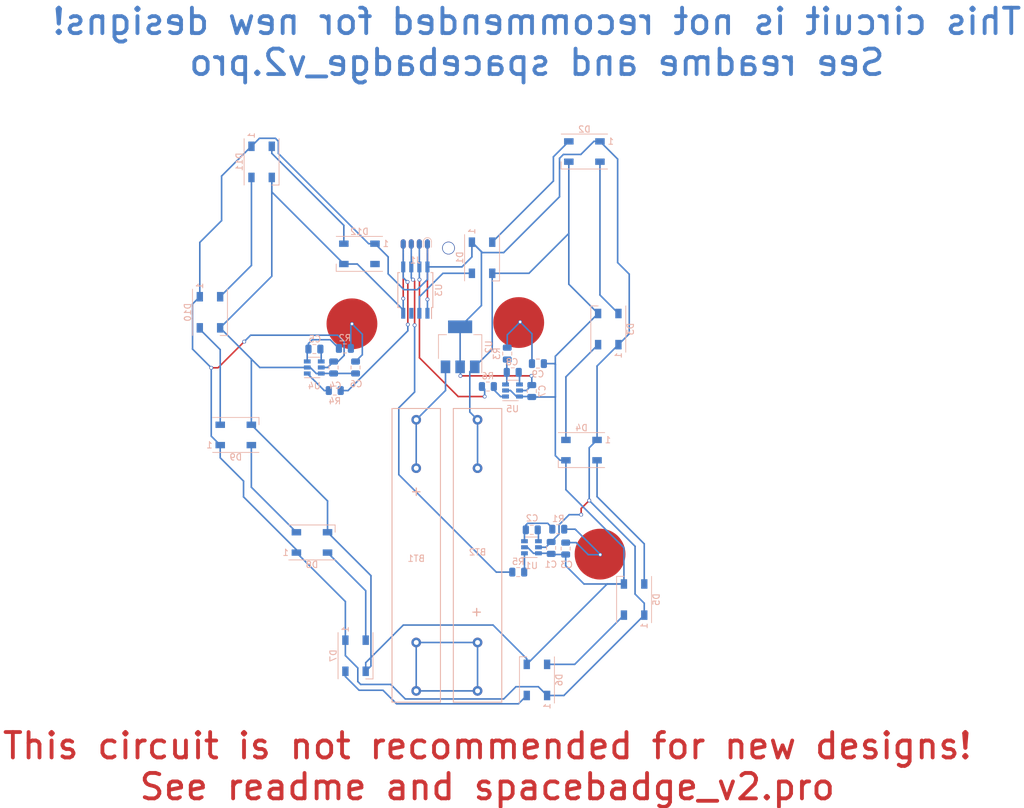
<source format=kicad_pcb>
(kicad_pcb (version 20171130) (host pcbnew "(5.1.10)-1")

  (general
    (thickness 1.6)
    (drawings 9)
    (tracks 298)
    (zones 0)
    (modules 36)
    (nets 37)
  )

  (page A4)
  (layers
    (0 F.Cu signal)
    (31 B.Cu signal)
    (32 B.Adhes user)
    (33 F.Adhes user)
    (34 B.Paste user)
    (35 F.Paste user)
    (36 B.SilkS user)
    (37 F.SilkS user)
    (38 B.Mask user hide)
    (39 F.Mask user)
    (40 Dwgs.User user)
    (41 Cmts.User user)
    (42 Eco1.User user)
    (43 Eco2.User user)
    (44 Edge.Cuts user)
    (45 Margin user)
    (46 B.CrtYd user)
    (47 F.CrtYd user)
    (48 B.Fab user)
    (49 F.Fab user)
  )

  (setup
    (last_trace_width 0.25)
    (trace_clearance 0.2)
    (zone_clearance 0.508)
    (zone_45_only no)
    (trace_min 0.2)
    (via_size 0.6)
    (via_drill 0.4)
    (via_min_size 0.4)
    (via_min_drill 0.3)
    (uvia_size 0.3)
    (uvia_drill 0.1)
    (uvias_allowed no)
    (uvia_min_size 0.2)
    (uvia_min_drill 0.1)
    (edge_width 0.15)
    (segment_width 0.2)
    (pcb_text_width 0.3)
    (pcb_text_size 1.5 1.5)
    (mod_edge_width 0.15)
    (mod_text_size 1 1)
    (mod_text_width 0.15)
    (pad_size 0.7 0.7)
    (pad_drill 0.7)
    (pad_to_mask_clearance 0.2)
    (aux_axis_origin 0 0)
    (visible_elements 7FFFFFFF)
    (pcbplotparams
      (layerselection 0x010f0_ffffffff)
      (usegerberextensions false)
      (usegerberattributes true)
      (usegerberadvancedattributes true)
      (creategerberjobfile false)
      (excludeedgelayer true)
      (linewidth 0.100000)
      (plotframeref false)
      (viasonmask false)
      (mode 1)
      (useauxorigin false)
      (hpglpennumber 1)
      (hpglpenspeed 20)
      (hpglpendiameter 15.000000)
      (psnegative false)
      (psa4output false)
      (plotreference true)
      (plotvalue true)
      (plotinvisibletext false)
      (padsonsilk false)
      (subtractmaskfromsilk false)
      (outputformat 1)
      (mirror false)
      (drillshape 0)
      (scaleselection 1)
      (outputdirectory "gerbers/"))
  )

  (net 0 "")
  (net 1 "Net-(BT1-Pad2)")
  (net 2 "Net-(BT1-Pad1)")
  (net 3 0V)
  (net 4 5V)
  (net 5 "Net-(C2-Pad2)")
  (net 6 "Net-(C2-Pad1)")
  (net 7 snout)
  (net 8 "Net-(C5-Pad2)")
  (net 9 "Net-(C5-Pad1)")
  (net 10 l_antler)
  (net 11 "Net-(C8-Pad2)")
  (net 12 "Net-(C8-Pad1)")
  (net 13 r_antler)
  (net 14 "Net-(D1-Pad2)")
  (net 15 led)
  (net 16 "Net-(D2-Pad2)")
  (net 17 "Net-(D3-Pad2)")
  (net 18 "Net-(D4-Pad2)")
  (net 19 "Net-(D5-Pad2)")
  (net 20 "Net-(D6-Pad2)")
  (net 21 "Net-(D7-Pad2)")
  (net 22 "Net-(D8-Pad2)")
  (net 23 "Net-(D10-Pad4)")
  (net 24 "Net-(D10-Pad2)")
  (net 25 "Net-(D11-Pad2)")
  (net 26 "Net-(D12-Pad2)")
  (net 27 touch0)
  (net 28 touch1)
  (net 29 touch2)
  (net 30 "Net-(J1-Pad6)")
  (net 31 "Net-(J1-Pad7)")
  (net 32 /~cs)
  (net 33 "Net-(U3-Pad3)")
  (net 34 /sdi)
  (net 35 /sdo)
  (net 36 /clk)

  (net_class Default "This is the default net class."
    (clearance 0.2)
    (trace_width 0.25)
    (via_dia 0.6)
    (via_drill 0.4)
    (uvia_dia 0.3)
    (uvia_drill 0.1)
    (add_net /clk)
    (add_net /sdi)
    (add_net /sdo)
    (add_net /~cs)
    (add_net 0V)
    (add_net 5V)
    (add_net "Net-(BT1-Pad1)")
    (add_net "Net-(BT1-Pad2)")
    (add_net "Net-(C2-Pad1)")
    (add_net "Net-(C2-Pad2)")
    (add_net "Net-(C5-Pad1)")
    (add_net "Net-(C5-Pad2)")
    (add_net "Net-(C8-Pad1)")
    (add_net "Net-(C8-Pad2)")
    (add_net "Net-(D1-Pad2)")
    (add_net "Net-(D10-Pad2)")
    (add_net "Net-(D10-Pad4)")
    (add_net "Net-(D11-Pad2)")
    (add_net "Net-(D12-Pad2)")
    (add_net "Net-(D2-Pad2)")
    (add_net "Net-(D3-Pad2)")
    (add_net "Net-(D4-Pad2)")
    (add_net "Net-(D5-Pad2)")
    (add_net "Net-(D6-Pad2)")
    (add_net "Net-(D7-Pad2)")
    (add_net "Net-(D8-Pad2)")
    (add_net "Net-(J1-Pad6)")
    (add_net "Net-(J1-Pad7)")
    (add_net "Net-(U3-Pad3)")
    (add_net l_antler)
    (add_net led)
    (add_net r_antler)
    (add_net snout)
    (add_net touch0)
    (add_net touch1)
    (add_net touch2)
  )

  (module Resistor_SMD:R_0805_2012Metric (layer B.Cu) (tedit 5B36C52B) (tstamp 5F562231)
    (at 9.1925 -5.08 180)
    (descr "Resistor SMD 0805 (2012 Metric), square (rectangular) end terminal, IPC_7351 nominal, (Body size source: https://docs.google.com/spreadsheets/d/1BsfQQcO9C6DZCsRaXUlFlo91Tg2WpOkGARC1WS5S8t0/edit?usp=sharing), generated with kicad-footprint-generator")
    (tags resistor)
    (path /5F566B8C)
    (attr smd)
    (fp_text reference R6 (at 0 1.65) (layer B.SilkS)
      (effects (font (size 1 1) (thickness 0.15)) (justify mirror))
    )
    (fp_text value "1 kΩ" (at 0 -1.65) (layer B.Fab)
      (effects (font (size 1 1) (thickness 0.15)) (justify mirror))
    )
    (fp_line (start 1.68 -0.95) (end -1.68 -0.95) (layer B.CrtYd) (width 0.05))
    (fp_line (start 1.68 0.95) (end 1.68 -0.95) (layer B.CrtYd) (width 0.05))
    (fp_line (start -1.68 0.95) (end 1.68 0.95) (layer B.CrtYd) (width 0.05))
    (fp_line (start -1.68 -0.95) (end -1.68 0.95) (layer B.CrtYd) (width 0.05))
    (fp_line (start -0.258578 -0.71) (end 0.258578 -0.71) (layer B.SilkS) (width 0.12))
    (fp_line (start -0.258578 0.71) (end 0.258578 0.71) (layer B.SilkS) (width 0.12))
    (fp_line (start 1 -0.6) (end -1 -0.6) (layer B.Fab) (width 0.1))
    (fp_line (start 1 0.6) (end 1 -0.6) (layer B.Fab) (width 0.1))
    (fp_line (start -1 0.6) (end 1 0.6) (layer B.Fab) (width 0.1))
    (fp_line (start -1 -0.6) (end -1 0.6) (layer B.Fab) (width 0.1))
    (fp_text user %R (at 0 0) (layer B.Fab)
      (effects (font (size 0.5 0.5) (thickness 0.08)) (justify mirror))
    )
    (pad 2 smd roundrect (at 0.9375 0 180) (size 0.975 1.4) (layers B.Cu B.Paste B.Mask) (roundrect_rratio 0.25)
      (net 36 /clk))
    (pad 1 smd roundrect (at -0.9375 0 180) (size 0.975 1.4) (layers B.Cu B.Paste B.Mask) (roundrect_rratio 0.25)
      (net 29 touch2))
    (model ${KISYS3DMOD}/Resistor_SMD.3dshapes/R_0805_2012Metric.wrl
      (at (xyz 0 0 0))
      (scale (xyz 1 1 1))
      (rotate (xyz 0 0 0))
    )
  )

  (module Resistor_SMD:R_0805_2012Metric (layer B.Cu) (tedit 5B36C52B) (tstamp 5F561F2B)
    (at 13.97 24.13 180)
    (descr "Resistor SMD 0805 (2012 Metric), square (rectangular) end terminal, IPC_7351 nominal, (Body size source: https://docs.google.com/spreadsheets/d/1BsfQQcO9C6DZCsRaXUlFlo91Tg2WpOkGARC1WS5S8t0/edit?usp=sharing), generated with kicad-footprint-generator")
    (tags resistor)
    (path /5F5667CB)
    (attr smd)
    (fp_text reference R5 (at 0 1.65) (layer B.SilkS)
      (effects (font (size 1 1) (thickness 0.15)) (justify mirror))
    )
    (fp_text value "1 kΩ" (at 0 -1.65) (layer B.Fab)
      (effects (font (size 1 1) (thickness 0.15)) (justify mirror))
    )
    (fp_line (start 1.68 -0.95) (end -1.68 -0.95) (layer B.CrtYd) (width 0.05))
    (fp_line (start 1.68 0.95) (end 1.68 -0.95) (layer B.CrtYd) (width 0.05))
    (fp_line (start -1.68 0.95) (end 1.68 0.95) (layer B.CrtYd) (width 0.05))
    (fp_line (start -1.68 -0.95) (end -1.68 0.95) (layer B.CrtYd) (width 0.05))
    (fp_line (start -0.258578 -0.71) (end 0.258578 -0.71) (layer B.SilkS) (width 0.12))
    (fp_line (start -0.258578 0.71) (end 0.258578 0.71) (layer B.SilkS) (width 0.12))
    (fp_line (start 1 -0.6) (end -1 -0.6) (layer B.Fab) (width 0.1))
    (fp_line (start 1 0.6) (end 1 -0.6) (layer B.Fab) (width 0.1))
    (fp_line (start -1 0.6) (end 1 0.6) (layer B.Fab) (width 0.1))
    (fp_line (start -1 -0.6) (end -1 0.6) (layer B.Fab) (width 0.1))
    (fp_text user %R (at 0 0) (layer B.Fab)
      (effects (font (size 0.5 0.5) (thickness 0.08)) (justify mirror))
    )
    (pad 2 smd roundrect (at 0.9375 0 180) (size 0.975 1.4) (layers B.Cu B.Paste B.Mask) (roundrect_rratio 0.25)
      (net 35 /sdo))
    (pad 1 smd roundrect (at -0.9375 0 180) (size 0.975 1.4) (layers B.Cu B.Paste B.Mask) (roundrect_rratio 0.25)
      (net 27 touch0))
    (model ${KISYS3DMOD}/Resistor_SMD.3dshapes/R_0805_2012Metric.wrl
      (at (xyz 0 0 0))
      (scale (xyz 1 1 1))
      (rotate (xyz 0 0 0))
    )
  )

  (module Resistor_SMD:R_0805_2012Metric (layer B.Cu) (tedit 5B36C52B) (tstamp 5F56235E)
    (at -14.9075 -4.445)
    (descr "Resistor SMD 0805 (2012 Metric), square (rectangular) end terminal, IPC_7351 nominal, (Body size source: https://docs.google.com/spreadsheets/d/1BsfQQcO9C6DZCsRaXUlFlo91Tg2WpOkGARC1WS5S8t0/edit?usp=sharing), generated with kicad-footprint-generator")
    (tags resistor)
    (path /5F565784)
    (attr smd)
    (fp_text reference R4 (at 0 1.65) (layer B.SilkS)
      (effects (font (size 1 1) (thickness 0.15)) (justify mirror))
    )
    (fp_text value "1 kΩ" (at 0 -1.65) (layer B.Fab)
      (effects (font (size 1 1) (thickness 0.15)) (justify mirror))
    )
    (fp_line (start 1.68 -0.95) (end -1.68 -0.95) (layer B.CrtYd) (width 0.05))
    (fp_line (start 1.68 0.95) (end 1.68 -0.95) (layer B.CrtYd) (width 0.05))
    (fp_line (start -1.68 0.95) (end 1.68 0.95) (layer B.CrtYd) (width 0.05))
    (fp_line (start -1.68 -0.95) (end -1.68 0.95) (layer B.CrtYd) (width 0.05))
    (fp_line (start -0.258578 -0.71) (end 0.258578 -0.71) (layer B.SilkS) (width 0.12))
    (fp_line (start -0.258578 0.71) (end 0.258578 0.71) (layer B.SilkS) (width 0.12))
    (fp_line (start 1 -0.6) (end -1 -0.6) (layer B.Fab) (width 0.1))
    (fp_line (start 1 0.6) (end 1 -0.6) (layer B.Fab) (width 0.1))
    (fp_line (start -1 0.6) (end 1 0.6) (layer B.Fab) (width 0.1))
    (fp_line (start -1 -0.6) (end -1 0.6) (layer B.Fab) (width 0.1))
    (fp_text user %R (at 0 0) (layer B.Fab)
      (effects (font (size 0.5 0.5) (thickness 0.08)) (justify mirror))
    )
    (pad 2 smd roundrect (at 0.9375 0) (size 0.975 1.4) (layers B.Cu B.Paste B.Mask) (roundrect_rratio 0.25)
      (net 34 /sdi))
    (pad 1 smd roundrect (at -0.9375 0) (size 0.975 1.4) (layers B.Cu B.Paste B.Mask) (roundrect_rratio 0.25)
      (net 28 touch1))
    (model ${KISYS3DMOD}/Resistor_SMD.3dshapes/R_0805_2012Metric.wrl
      (at (xyz 0 0 0))
      (scale (xyz 1 1 1))
      (rotate (xyz 0 0 0))
    )
  )

  (module Connector_Wire:SolderWirePad_1x01_Drill0.8mm (layer F.Cu) (tedit 5F4559E2) (tstamp 5F45FAB3)
    (at 2.9972 -26.8732)
    (descr "Wire solder connection")
    (tags connector)
    (attr virtual)
    (fp_text reference REF** (at 0 -2.54) (layer F.SilkS) hide
      (effects (font (size 1 1) (thickness 0.15)))
    )
    (fp_text value . (at 0 2.54) (layer F.Fab) hide
      (effects (font (size 1 1) (thickness 0.15)))
    )
    (fp_line (start 1.5 1.5) (end -1.5 1.5) (layer F.CrtYd) (width 0.05))
    (fp_line (start 1.5 1.5) (end 1.5 -1.5) (layer F.CrtYd) (width 0.05))
    (fp_line (start -1.5 -1.5) (end -1.5 1.5) (layer F.CrtYd) (width 0.05))
    (fp_line (start -1.5 -1.5) (end 1.5 -1.5) (layer F.CrtYd) (width 0.05))
    (fp_text user %R (at 0 0) (layer F.Fab)
      (effects (font (size 1 1) (thickness 0.15)))
    )
    (pad "" np_thru_hole circle (at 0 0) (size 1.99898 1.99898) (drill 1.778) (layers *.Cu *.Mask))
  )

  (module Package_TO_SOT_SMD:SOT-23-6 (layer B.Cu) (tedit 5A02FF57) (tstamp 5F45F4C9)
    (at 13.0732 -4.4552)
    (descr "6-pin SOT-23 package")
    (tags SOT-23-6)
    (path /5F4A4819)
    (attr smd)
    (fp_text reference U5 (at 0 2.9) (layer B.SilkS)
      (effects (font (size 1 1) (thickness 0.15)) (justify mirror))
    )
    (fp_text value AT42QT1011-TSHR (at 0 -2.9) (layer B.Fab)
      (effects (font (size 1 1) (thickness 0.15)) (justify mirror))
    )
    (fp_line (start 0.9 1.55) (end 0.9 -1.55) (layer B.Fab) (width 0.1))
    (fp_line (start 0.9 -1.55) (end -0.9 -1.55) (layer B.Fab) (width 0.1))
    (fp_line (start -0.9 0.9) (end -0.9 -1.55) (layer B.Fab) (width 0.1))
    (fp_line (start 0.9 1.55) (end -0.25 1.55) (layer B.Fab) (width 0.1))
    (fp_line (start -0.9 0.9) (end -0.25 1.55) (layer B.Fab) (width 0.1))
    (fp_line (start -1.9 1.8) (end -1.9 -1.8) (layer B.CrtYd) (width 0.05))
    (fp_line (start -1.9 -1.8) (end 1.9 -1.8) (layer B.CrtYd) (width 0.05))
    (fp_line (start 1.9 -1.8) (end 1.9 1.8) (layer B.CrtYd) (width 0.05))
    (fp_line (start 1.9 1.8) (end -1.9 1.8) (layer B.CrtYd) (width 0.05))
    (fp_line (start 0.9 1.61) (end -1.55 1.61) (layer B.SilkS) (width 0.12))
    (fp_line (start -0.9 -1.61) (end 0.9 -1.61) (layer B.SilkS) (width 0.12))
    (fp_text user %R (at 0 0 -90) (layer B.Fab)
      (effects (font (size 0.5 0.5) (thickness 0.075)) (justify mirror))
    )
    (pad 5 smd rect (at 1.1 0) (size 1.06 0.65) (layers B.Cu B.Paste B.Mask)
      (net 4 5V))
    (pad 6 smd rect (at 1.1 0.95) (size 1.06 0.65) (layers B.Cu B.Paste B.Mask)
      (net 3 0V))
    (pad 4 smd rect (at 1.1 -0.95) (size 1.06 0.65) (layers B.Cu B.Paste B.Mask)
      (net 11 "Net-(C8-Pad2)"))
    (pad 3 smd rect (at -1.1 -0.95) (size 1.06 0.65) (layers B.Cu B.Paste B.Mask)
      (net 12 "Net-(C8-Pad1)"))
    (pad 2 smd rect (at -1.1 0) (size 1.06 0.65) (layers B.Cu B.Paste B.Mask)
      (net 3 0V))
    (pad 1 smd rect (at -1.1 0.95) (size 1.06 0.65) (layers B.Cu B.Paste B.Mask)
      (net 29 touch2))
    (model ${KISYS3DMOD}/Package_TO_SOT_SMD.3dshapes/SOT-23-6.wrl
      (at (xyz 0 0 0))
      (scale (xyz 1 1 1))
      (rotate (xyz 0 0 0))
    )
  )

  (module Package_TO_SOT_SMD:SOT-23-6 (layer B.Cu) (tedit 5A02FF57) (tstamp 5F45BAFE)
    (at -18.1356 -8.0772)
    (descr "6-pin SOT-23 package")
    (tags SOT-23-6)
    (path /5F4A0702)
    (attr smd)
    (fp_text reference U4 (at 0 2.9) (layer B.SilkS)
      (effects (font (size 1 1) (thickness 0.15)) (justify mirror))
    )
    (fp_text value AT42QT1011-TSHR (at 0 -2.9) (layer B.Fab)
      (effects (font (size 1 1) (thickness 0.15)) (justify mirror))
    )
    (fp_line (start 0.9 1.55) (end 0.9 -1.55) (layer B.Fab) (width 0.1))
    (fp_line (start 0.9 -1.55) (end -0.9 -1.55) (layer B.Fab) (width 0.1))
    (fp_line (start -0.9 0.9) (end -0.9 -1.55) (layer B.Fab) (width 0.1))
    (fp_line (start 0.9 1.55) (end -0.25 1.55) (layer B.Fab) (width 0.1))
    (fp_line (start -0.9 0.9) (end -0.25 1.55) (layer B.Fab) (width 0.1))
    (fp_line (start -1.9 1.8) (end -1.9 -1.8) (layer B.CrtYd) (width 0.05))
    (fp_line (start -1.9 -1.8) (end 1.9 -1.8) (layer B.CrtYd) (width 0.05))
    (fp_line (start 1.9 -1.8) (end 1.9 1.8) (layer B.CrtYd) (width 0.05))
    (fp_line (start 1.9 1.8) (end -1.9 1.8) (layer B.CrtYd) (width 0.05))
    (fp_line (start 0.9 1.61) (end -1.55 1.61) (layer B.SilkS) (width 0.12))
    (fp_line (start -0.9 -1.61) (end 0.9 -1.61) (layer B.SilkS) (width 0.12))
    (fp_text user %R (at 0 0 -90) (layer B.Fab)
      (effects (font (size 0.5 0.5) (thickness 0.075)) (justify mirror))
    )
    (pad 5 smd rect (at 1.1 0) (size 1.06 0.65) (layers B.Cu B.Paste B.Mask)
      (net 4 5V))
    (pad 6 smd rect (at 1.1 0.95) (size 1.06 0.65) (layers B.Cu B.Paste B.Mask)
      (net 3 0V))
    (pad 4 smd rect (at 1.1 -0.95) (size 1.06 0.65) (layers B.Cu B.Paste B.Mask)
      (net 8 "Net-(C5-Pad2)"))
    (pad 3 smd rect (at -1.1 -0.95) (size 1.06 0.65) (layers B.Cu B.Paste B.Mask)
      (net 9 "Net-(C5-Pad1)"))
    (pad 2 smd rect (at -1.1 0) (size 1.06 0.65) (layers B.Cu B.Paste B.Mask)
      (net 3 0V))
    (pad 1 smd rect (at -1.1 0.95) (size 1.06 0.65) (layers B.Cu B.Paste B.Mask)
      (net 28 touch1))
    (model ${KISYS3DMOD}/Package_TO_SOT_SMD.3dshapes/SOT-23-6.wrl
      (at (xyz 0 0 0))
      (scale (xyz 1 1 1))
      (rotate (xyz 0 0 0))
    )
  )

  (module Package_SO:SOIJ-8_5.3x5.3mm_P1.27mm (layer B.Cu) (tedit 5A02F2D3) (tstamp 5F45BAE8)
    (at -2.2225 -20.2565 90)
    (descr "8-Lead Plastic Small Outline (SM) - Medium, 5.28 mm Body [SOIC] (see Microchip Packaging Specification 00000049BS.pdf)")
    (tags "SOIC 1.27")
    (path /5F4534D3)
    (attr smd)
    (fp_text reference U3 (at 0 3.68 90) (layer B.SilkS)
      (effects (font (size 1 1) (thickness 0.15)) (justify mirror))
    )
    (fp_text value ATtiny85-20SU (at 0 -3.68 90) (layer B.Fab)
      (effects (font (size 1 1) (thickness 0.15)) (justify mirror))
    )
    (fp_line (start -2.75 2.55) (end -4.5 2.55) (layer B.SilkS) (width 0.15))
    (fp_line (start -2.75 -2.755) (end 2.75 -2.755) (layer B.SilkS) (width 0.15))
    (fp_line (start -2.75 2.755) (end 2.75 2.755) (layer B.SilkS) (width 0.15))
    (fp_line (start -2.75 -2.755) (end -2.75 -2.455) (layer B.SilkS) (width 0.15))
    (fp_line (start 2.75 -2.755) (end 2.75 -2.455) (layer B.SilkS) (width 0.15))
    (fp_line (start 2.75 2.755) (end 2.75 2.455) (layer B.SilkS) (width 0.15))
    (fp_line (start -2.75 2.755) (end -2.75 2.55) (layer B.SilkS) (width 0.15))
    (fp_line (start -4.75 -2.95) (end 4.75 -2.95) (layer B.CrtYd) (width 0.05))
    (fp_line (start -4.75 2.95) (end 4.75 2.95) (layer B.CrtYd) (width 0.05))
    (fp_line (start 4.75 2.95) (end 4.75 -2.95) (layer B.CrtYd) (width 0.05))
    (fp_line (start -4.75 2.95) (end -4.75 -2.95) (layer B.CrtYd) (width 0.05))
    (fp_line (start -2.65 1.65) (end -1.65 2.65) (layer B.Fab) (width 0.15))
    (fp_line (start -2.65 -2.65) (end -2.65 1.65) (layer B.Fab) (width 0.15))
    (fp_line (start 2.65 -2.65) (end -2.65 -2.65) (layer B.Fab) (width 0.15))
    (fp_line (start 2.65 2.65) (end 2.65 -2.65) (layer B.Fab) (width 0.15))
    (fp_line (start -1.65 2.65) (end 2.65 2.65) (layer B.Fab) (width 0.15))
    (fp_text user %R (at 0 0 90) (layer B.Fab)
      (effects (font (size 1 1) (thickness 0.15)) (justify mirror))
    )
    (pad 8 smd rect (at 3.65 1.905 90) (size 1.7 0.65) (layers B.Cu B.Paste B.Mask)
      (net 4 5V))
    (pad 7 smd rect (at 3.65 0.635 90) (size 1.7 0.65) (layers B.Cu B.Paste B.Mask)
      (net 36 /clk))
    (pad 6 smd rect (at 3.65 -0.635 90) (size 1.7 0.65) (layers B.Cu B.Paste B.Mask)
      (net 35 /sdo))
    (pad 5 smd rect (at 3.65 -1.905 90) (size 1.7 0.65) (layers B.Cu B.Paste B.Mask)
      (net 34 /sdi))
    (pad 4 smd rect (at -3.65 -1.905 90) (size 1.7 0.65) (layers B.Cu B.Paste B.Mask)
      (net 3 0V))
    (pad 3 smd rect (at -3.65 -0.635 90) (size 1.7 0.65) (layers B.Cu B.Paste B.Mask)
      (net 33 "Net-(U3-Pad3)"))
    (pad 2 smd rect (at -3.65 0.635 90) (size 1.7 0.65) (layers B.Cu B.Paste B.Mask)
      (net 15 led))
    (pad 1 smd rect (at -3.65 1.905 90) (size 1.7 0.65) (layers B.Cu B.Paste B.Mask)
      (net 32 /~cs))
    (model ${KISYS3DMOD}/Package_SO.3dshapes/SOIJ-8_5.3x5.3mm_P1.27mm.wrl
      (at (xyz 0 0 0))
      (scale (xyz 1 1 1))
      (rotate (xyz 0 0 0))
    )
  )

  (module Package_TO_SOT_SMD:SOT-223-3_TabPin2 (layer B.Cu) (tedit 5A02FF57) (tstamp 5F45BACB)
    (at 4.826 -11.3284 90)
    (descr "module CMS SOT223 4 pins")
    (tags "CMS SOT")
    (path /5F4831F9)
    (attr smd)
    (fp_text reference U2 (at 0 4.5 90) (layer B.SilkS)
      (effects (font (size 1 1) (thickness 0.15)) (justify mirror))
    )
    (fp_text value AP1117-50 (at 0 -4.5 90) (layer B.Fab)
      (effects (font (size 1 1) (thickness 0.15)) (justify mirror))
    )
    (fp_line (start 1.85 3.35) (end 1.85 -3.35) (layer B.Fab) (width 0.1))
    (fp_line (start -1.85 -3.35) (end 1.85 -3.35) (layer B.Fab) (width 0.1))
    (fp_line (start -4.1 3.41) (end 1.91 3.41) (layer B.SilkS) (width 0.12))
    (fp_line (start -0.85 3.35) (end 1.85 3.35) (layer B.Fab) (width 0.1))
    (fp_line (start -1.85 -3.41) (end 1.91 -3.41) (layer B.SilkS) (width 0.12))
    (fp_line (start -1.85 2.35) (end -1.85 -3.35) (layer B.Fab) (width 0.1))
    (fp_line (start -1.85 2.35) (end -0.85 3.35) (layer B.Fab) (width 0.1))
    (fp_line (start -4.4 3.6) (end -4.4 -3.6) (layer B.CrtYd) (width 0.05))
    (fp_line (start -4.4 -3.6) (end 4.4 -3.6) (layer B.CrtYd) (width 0.05))
    (fp_line (start 4.4 -3.6) (end 4.4 3.6) (layer B.CrtYd) (width 0.05))
    (fp_line (start 4.4 3.6) (end -4.4 3.6) (layer B.CrtYd) (width 0.05))
    (fp_line (start 1.91 3.41) (end 1.91 2.15) (layer B.SilkS) (width 0.12))
    (fp_line (start 1.91 -3.41) (end 1.91 -2.15) (layer B.SilkS) (width 0.12))
    (fp_text user %R (at 0 0 180) (layer B.Fab)
      (effects (font (size 0.8 0.8) (thickness 0.12)) (justify mirror))
    )
    (pad 1 smd rect (at -3.15 2.3 90) (size 2 1.5) (layers B.Cu B.Paste B.Mask)
      (net 3 0V))
    (pad 3 smd rect (at -3.15 -2.3 90) (size 2 1.5) (layers B.Cu B.Paste B.Mask)
      (net 2 "Net-(BT1-Pad1)"))
    (pad 2 smd rect (at -3.15 0 90) (size 2 1.5) (layers B.Cu B.Paste B.Mask)
      (net 4 5V))
    (pad 2 smd rect (at 3.15 0 90) (size 2 3.8) (layers B.Cu B.Paste B.Mask)
      (net 4 5V))
    (model ${KISYS3DMOD}/Package_TO_SOT_SMD.3dshapes/SOT-223.wrl
      (at (xyz 0 0 0))
      (scale (xyz 1 1 1))
      (rotate (xyz 0 0 0))
    )
  )

  (module Package_TO_SOT_SMD:SOT-23-6 (layer B.Cu) (tedit 5A02FF57) (tstamp 5F45BAB5)
    (at 16.0528 20.2184)
    (descr "6-pin SOT-23 package")
    (tags SOT-23-6)
    (path /5F47D74F)
    (attr smd)
    (fp_text reference U1 (at 0 2.9) (layer B.SilkS)
      (effects (font (size 1 1) (thickness 0.15)) (justify mirror))
    )
    (fp_text value AT42QT1011-TSHR (at 0 -2.9) (layer B.Fab)
      (effects (font (size 1 1) (thickness 0.15)) (justify mirror))
    )
    (fp_line (start 0.9 1.55) (end 0.9 -1.55) (layer B.Fab) (width 0.1))
    (fp_line (start 0.9 -1.55) (end -0.9 -1.55) (layer B.Fab) (width 0.1))
    (fp_line (start -0.9 0.9) (end -0.9 -1.55) (layer B.Fab) (width 0.1))
    (fp_line (start 0.9 1.55) (end -0.25 1.55) (layer B.Fab) (width 0.1))
    (fp_line (start -0.9 0.9) (end -0.25 1.55) (layer B.Fab) (width 0.1))
    (fp_line (start -1.9 1.8) (end -1.9 -1.8) (layer B.CrtYd) (width 0.05))
    (fp_line (start -1.9 -1.8) (end 1.9 -1.8) (layer B.CrtYd) (width 0.05))
    (fp_line (start 1.9 -1.8) (end 1.9 1.8) (layer B.CrtYd) (width 0.05))
    (fp_line (start 1.9 1.8) (end -1.9 1.8) (layer B.CrtYd) (width 0.05))
    (fp_line (start 0.9 1.61) (end -1.55 1.61) (layer B.SilkS) (width 0.12))
    (fp_line (start -0.9 -1.61) (end 0.9 -1.61) (layer B.SilkS) (width 0.12))
    (fp_text user %R (at 0 0 -90) (layer B.Fab)
      (effects (font (size 0.5 0.5) (thickness 0.075)) (justify mirror))
    )
    (pad 5 smd rect (at 1.1 0) (size 1.06 0.65) (layers B.Cu B.Paste B.Mask)
      (net 4 5V))
    (pad 6 smd rect (at 1.1 0.95) (size 1.06 0.65) (layers B.Cu B.Paste B.Mask)
      (net 3 0V))
    (pad 4 smd rect (at 1.1 -0.95) (size 1.06 0.65) (layers B.Cu B.Paste B.Mask)
      (net 5 "Net-(C2-Pad2)"))
    (pad 3 smd rect (at -1.1 -0.95) (size 1.06 0.65) (layers B.Cu B.Paste B.Mask)
      (net 6 "Net-(C2-Pad1)"))
    (pad 2 smd rect (at -1.1 0) (size 1.06 0.65) (layers B.Cu B.Paste B.Mask)
      (net 3 0V))
    (pad 1 smd rect (at -1.1 0.95) (size 1.06 0.65) (layers B.Cu B.Paste B.Mask)
      (net 27 touch0))
    (model ${KISYS3DMOD}/Package_TO_SOT_SMD.3dshapes/SOT-23-6.wrl
      (at (xyz 0 0 0))
      (scale (xyz 1 1 1))
      (rotate (xyz 0 0 0))
    )
  )

  (module Resistor_SMD:R_0805_2012Metric (layer B.Cu) (tedit 5B36C52B) (tstamp 5F45BA9F)
    (at 12.2428 -10.2616 270)
    (descr "Resistor SMD 0805 (2012 Metric), square (rectangular) end terminal, IPC_7351 nominal, (Body size source: https://docs.google.com/spreadsheets/d/1BsfQQcO9C6DZCsRaXUlFlo91Tg2WpOkGARC1WS5S8t0/edit?usp=sharing), generated with kicad-footprint-generator")
    (tags resistor)
    (path /5F4A4835)
    (attr smd)
    (fp_text reference R3 (at 0 1.65 90) (layer B.SilkS)
      (effects (font (size 1 1) (thickness 0.15)) (justify mirror))
    )
    (fp_text value "1 kΩ" (at 0 -1.65 90) (layer B.Fab)
      (effects (font (size 1 1) (thickness 0.15)) (justify mirror))
    )
    (fp_line (start 1.68 -0.95) (end -1.68 -0.95) (layer B.CrtYd) (width 0.05))
    (fp_line (start 1.68 0.95) (end 1.68 -0.95) (layer B.CrtYd) (width 0.05))
    (fp_line (start -1.68 0.95) (end 1.68 0.95) (layer B.CrtYd) (width 0.05))
    (fp_line (start -1.68 -0.95) (end -1.68 0.95) (layer B.CrtYd) (width 0.05))
    (fp_line (start -0.258578 -0.71) (end 0.258578 -0.71) (layer B.SilkS) (width 0.12))
    (fp_line (start -0.258578 0.71) (end 0.258578 0.71) (layer B.SilkS) (width 0.12))
    (fp_line (start 1 -0.6) (end -1 -0.6) (layer B.Fab) (width 0.1))
    (fp_line (start 1 0.6) (end 1 -0.6) (layer B.Fab) (width 0.1))
    (fp_line (start -1 0.6) (end 1 0.6) (layer B.Fab) (width 0.1))
    (fp_line (start -1 -0.6) (end -1 0.6) (layer B.Fab) (width 0.1))
    (fp_text user %R (at 0 0 90) (layer B.Fab)
      (effects (font (size 0.5 0.5) (thickness 0.08)) (justify mirror))
    )
    (pad 2 smd roundrect (at 0.9375 0 270) (size 0.975 1.4) (layers B.Cu B.Paste B.Mask) (roundrect_rratio 0.25)
      (net 12 "Net-(C8-Pad1)"))
    (pad 1 smd roundrect (at -0.9375 0 270) (size 0.975 1.4) (layers B.Cu B.Paste B.Mask) (roundrect_rratio 0.25)
      (net 13 r_antler))
    (model ${KISYS3DMOD}/Resistor_SMD.3dshapes/R_0805_2012Metric.wrl
      (at (xyz 0 0 0))
      (scale (xyz 1 1 1))
      (rotate (xyz 0 0 0))
    )
  )

  (module Resistor_SMD:R_0805_2012Metric (layer B.Cu) (tedit 5B36C52B) (tstamp 5F45BA8E)
    (at -13.3096 -11.0744 180)
    (descr "Resistor SMD 0805 (2012 Metric), square (rectangular) end terminal, IPC_7351 nominal, (Body size source: https://docs.google.com/spreadsheets/d/1BsfQQcO9C6DZCsRaXUlFlo91Tg2WpOkGARC1WS5S8t0/edit?usp=sharing), generated with kicad-footprint-generator")
    (tags resistor)
    (path /5F4A071E)
    (attr smd)
    (fp_text reference R2 (at 0 1.65) (layer B.SilkS)
      (effects (font (size 1 1) (thickness 0.15)) (justify mirror))
    )
    (fp_text value "1 kΩ" (at 0 -1.65) (layer B.Fab)
      (effects (font (size 1 1) (thickness 0.15)) (justify mirror))
    )
    (fp_line (start 1.68 -0.95) (end -1.68 -0.95) (layer B.CrtYd) (width 0.05))
    (fp_line (start 1.68 0.95) (end 1.68 -0.95) (layer B.CrtYd) (width 0.05))
    (fp_line (start -1.68 0.95) (end 1.68 0.95) (layer B.CrtYd) (width 0.05))
    (fp_line (start -1.68 -0.95) (end -1.68 0.95) (layer B.CrtYd) (width 0.05))
    (fp_line (start -0.258578 -0.71) (end 0.258578 -0.71) (layer B.SilkS) (width 0.12))
    (fp_line (start -0.258578 0.71) (end 0.258578 0.71) (layer B.SilkS) (width 0.12))
    (fp_line (start 1 -0.6) (end -1 -0.6) (layer B.Fab) (width 0.1))
    (fp_line (start 1 0.6) (end 1 -0.6) (layer B.Fab) (width 0.1))
    (fp_line (start -1 0.6) (end 1 0.6) (layer B.Fab) (width 0.1))
    (fp_line (start -1 -0.6) (end -1 0.6) (layer B.Fab) (width 0.1))
    (fp_text user %R (at 0 0) (layer B.Fab)
      (effects (font (size 0.5 0.5) (thickness 0.08)) (justify mirror))
    )
    (pad 2 smd roundrect (at 0.9375 0 180) (size 0.975 1.4) (layers B.Cu B.Paste B.Mask) (roundrect_rratio 0.25)
      (net 9 "Net-(C5-Pad1)"))
    (pad 1 smd roundrect (at -0.9375 0 180) (size 0.975 1.4) (layers B.Cu B.Paste B.Mask) (roundrect_rratio 0.25)
      (net 10 l_antler))
    (model ${KISYS3DMOD}/Resistor_SMD.3dshapes/R_0805_2012Metric.wrl
      (at (xyz 0 0 0))
      (scale (xyz 1 1 1))
      (rotate (xyz 0 0 0))
    )
  )

  (module Resistor_SMD:R_0805_2012Metric (layer B.Cu) (tedit 5B36C52B) (tstamp 5F45BA7D)
    (at 20.2692 17.3736 180)
    (descr "Resistor SMD 0805 (2012 Metric), square (rectangular) end terminal, IPC_7351 nominal, (Body size source: https://docs.google.com/spreadsheets/d/1BsfQQcO9C6DZCsRaXUlFlo91Tg2WpOkGARC1WS5S8t0/edit?usp=sharing), generated with kicad-footprint-generator")
    (tags resistor)
    (path /5F497079)
    (attr smd)
    (fp_text reference R1 (at 0 1.65) (layer B.SilkS)
      (effects (font (size 1 1) (thickness 0.15)) (justify mirror))
    )
    (fp_text value "1 kΩ" (at 0 -1.65) (layer B.Fab)
      (effects (font (size 1 1) (thickness 0.15)) (justify mirror))
    )
    (fp_line (start 1.68 -0.95) (end -1.68 -0.95) (layer B.CrtYd) (width 0.05))
    (fp_line (start 1.68 0.95) (end 1.68 -0.95) (layer B.CrtYd) (width 0.05))
    (fp_line (start -1.68 0.95) (end 1.68 0.95) (layer B.CrtYd) (width 0.05))
    (fp_line (start -1.68 -0.95) (end -1.68 0.95) (layer B.CrtYd) (width 0.05))
    (fp_line (start -0.258578 -0.71) (end 0.258578 -0.71) (layer B.SilkS) (width 0.12))
    (fp_line (start -0.258578 0.71) (end 0.258578 0.71) (layer B.SilkS) (width 0.12))
    (fp_line (start 1 -0.6) (end -1 -0.6) (layer B.Fab) (width 0.1))
    (fp_line (start 1 0.6) (end 1 -0.6) (layer B.Fab) (width 0.1))
    (fp_line (start -1 0.6) (end 1 0.6) (layer B.Fab) (width 0.1))
    (fp_line (start -1 -0.6) (end -1 0.6) (layer B.Fab) (width 0.1))
    (fp_text user %R (at 0 0) (layer B.Fab)
      (effects (font (size 0.5 0.5) (thickness 0.08)) (justify mirror))
    )
    (pad 2 smd roundrect (at 0.9375 0 180) (size 0.975 1.4) (layers B.Cu B.Paste B.Mask) (roundrect_rratio 0.25)
      (net 6 "Net-(C2-Pad1)"))
    (pad 1 smd roundrect (at -0.9375 0 180) (size 0.975 1.4) (layers B.Cu B.Paste B.Mask) (roundrect_rratio 0.25)
      (net 7 snout))
    (model ${KISYS3DMOD}/Resistor_SMD.3dshapes/R_0805_2012Metric.wrl
      (at (xyz 0 0 0))
      (scale (xyz 1 1 1))
      (rotate (xyz 0 0 0))
    )
  )

  (module spacebadge:SOIC_clipProgSmall (layer B.Cu) (tedit 5F454E79) (tstamp 5F45BA6C)
    (at -2.2225 -28.2575)
    (path /5F454FCC)
    (fp_text reference J1 (at 0 3.302) (layer B.SilkS)
      (effects (font (size 1 1) (thickness 0.15)) (justify mirror))
    )
    (fp_text value Conn_02x04_Counter_Clockwise (at 0.127 -1.397) (layer B.Fab)
      (effects (font (size 1 1) (thickness 0.15)) (justify mirror))
    )
    (fp_line (start 1.27 0.381) (end 1.27 1.27) (layer B.SilkS) (width 0.1))
    (fp_line (start 2.54 0.381) (end 2.54 1.27) (layer B.SilkS) (width 0.1))
    (fp_line (start -3.81 -0.381) (end 3.81 -0.381) (layer B.Fab) (width 0.1))
    (fp_line (start 3.175 2.54) (end -3.175 2.54) (layer B.Fab) (width 0.1))
    (fp_line (start 3.175 -0.381) (end 3.175 2.54) (layer B.Fab) (width 0.1))
    (fp_line (start -3.175 2.54) (end -3.175 -0.381) (layer B.Fab) (width 0.1))
    (fp_arc (start 1.905 0.381) (end 2.54 0.381) (angle -180) (layer B.SilkS) (width 0.1))
    (pad 5 smd oval (at -1.905 0.75) (size 0.8 1.5) (layers F.Cu F.Mask)
      (net 3 0V))
    (pad 4 smd oval (at -1.905 0.75) (size 0.8 1.5) (layers B.Cu B.Mask)
      (net 34 /sdi))
    (pad 3 smd oval (at -0.635 0.75) (size 0.8 1.5) (layers B.Cu B.Mask)
      (net 35 /sdo))
    (pad 2 smd oval (at 0.635 0.75) (size 0.8 1.5) (layers B.Cu B.Mask)
      (net 36 /clk))
    (pad 1 smd oval (at 1.905 0.75) (size 0.8 1.5) (layers B.Cu B.Mask)
      (net 4 5V))
    (pad 6 smd oval (at -0.635 0.75) (size 0.8 1.5) (layers F.Cu F.Mask)
      (net 30 "Net-(J1-Pad6)"))
    (pad 7 smd oval (at 0.635 0.75) (size 0.8 1.5) (layers F.Cu F.Mask)
      (net 31 "Net-(J1-Pad7)"))
    (pad 8 smd oval (at 1.905 0.75) (size 0.8 1.5) (layers F.Cu F.Mask)
      (net 32 /~cs))
    (pad "" np_thru_hole circle (at -2.54 1.905) (size 0.7 0.7) (drill 0.7) (layers *.Cu *.Mask)
      (solder_mask_margin 0.00254) (clearance 0.00254))
    (pad "" np_thru_hole circle (at -1.27 1.905) (size 0.7 0.7) (drill 0.7) (layers *.Cu *.Mask)
      (solder_mask_margin 0.00254) (clearance 0.00254))
    (pad "" np_thru_hole circle (at 0 1.905) (size 0.7 0.7) (drill 0.7) (layers *.Cu *.Mask)
      (solder_mask_margin 0.00254) (clearance 0.00254))
    (pad "" np_thru_hole circle (at 1.27 1.905) (size 0.7 0.7) (drill 0.7) (layers *.Cu *.Mask)
      (solder_mask_margin 0.00254) (clearance 0.00254))
    (pad "" np_thru_hole circle (at 2.54 1.905) (size 0.7 0.7) (drill 0.7) (layers *.Cu *.Mask)
      (solder_mask_margin 0.00254) (clearance 0.00254))
  )

  (module LED_SMD:LED_WS2812B_PLCC4_5.0x5.0mm_P3.2mm (layer B.Cu) (tedit 5AA4B285) (tstamp 5F45B9F8)
    (at -11.0236 -25.9588 180)
    (descr https://cdn-shop.adafruit.com/datasheets/WS2812B.pdf)
    (tags "LED RGB NeoPixel")
    (path /5F46CCED)
    (attr smd)
    (fp_text reference D12 (at 0 3.5) (layer B.SilkS)
      (effects (font (size 1 1) (thickness 0.15)) (justify mirror))
    )
    (fp_text value WS2812B (at 0 -4) (layer B.Fab)
      (effects (font (size 1 1) (thickness 0.15)) (justify mirror))
    )
    (fp_circle (center 0 0) (end 0 2) (layer B.Fab) (width 0.1))
    (fp_line (start 3.65 -2.75) (end 3.65 -1.6) (layer B.SilkS) (width 0.12))
    (fp_line (start -3.65 -2.75) (end 3.65 -2.75) (layer B.SilkS) (width 0.12))
    (fp_line (start -3.65 2.75) (end 3.65 2.75) (layer B.SilkS) (width 0.12))
    (fp_line (start 2.5 2.5) (end -2.5 2.5) (layer B.Fab) (width 0.1))
    (fp_line (start 2.5 -2.5) (end 2.5 2.5) (layer B.Fab) (width 0.1))
    (fp_line (start -2.5 -2.5) (end 2.5 -2.5) (layer B.Fab) (width 0.1))
    (fp_line (start -2.5 2.5) (end -2.5 -2.5) (layer B.Fab) (width 0.1))
    (fp_line (start 2.5 -1.5) (end 1.5 -2.5) (layer B.Fab) (width 0.1))
    (fp_line (start -3.45 2.75) (end -3.45 -2.75) (layer B.CrtYd) (width 0.05))
    (fp_line (start -3.45 -2.75) (end 3.45 -2.75) (layer B.CrtYd) (width 0.05))
    (fp_line (start 3.45 -2.75) (end 3.45 2.75) (layer B.CrtYd) (width 0.05))
    (fp_line (start 3.45 2.75) (end -3.45 2.75) (layer B.CrtYd) (width 0.05))
    (fp_text user %R (at 0 0) (layer B.Fab)
      (effects (font (size 0.8 0.8) (thickness 0.15)) (justify mirror))
    )
    (fp_text user 1 (at -4.15 1.6) (layer B.SilkS)
      (effects (font (size 1 1) (thickness 0.15)) (justify mirror))
    )
    (pad 1 smd rect (at -2.45 1.6 180) (size 1.5 1) (layers B.Cu B.Paste B.Mask)
      (net 4 5V))
    (pad 2 smd rect (at -2.45 -1.6 180) (size 1.5 1) (layers B.Cu B.Paste B.Mask)
      (net 26 "Net-(D12-Pad2)"))
    (pad 4 smd rect (at 2.45 1.6 180) (size 1.5 1) (layers B.Cu B.Paste B.Mask)
      (net 25 "Net-(D11-Pad2)"))
    (pad 3 smd rect (at 2.45 -1.6 180) (size 1.5 1) (layers B.Cu B.Paste B.Mask)
      (net 3 0V))
    (model ${KISYS3DMOD}/LED_SMD.3dshapes/LED_WS2812B_PLCC4_5.0x5.0mm_P3.2mm.wrl
      (at (xyz 0 0 0))
      (scale (xyz 1 1 1))
      (rotate (xyz 0 0 0))
    )
  )

  (module LED_SMD:LED_WS2812B_PLCC4_5.0x5.0mm_P3.2mm (layer B.Cu) (tedit 5AA4B285) (tstamp 5F45B9E1)
    (at -26.416 -40.4368 270)
    (descr https://cdn-shop.adafruit.com/datasheets/WS2812B.pdf)
    (tags "LED RGB NeoPixel")
    (path /5F46CCE7)
    (attr smd)
    (fp_text reference D11 (at 0 3.5 90) (layer B.SilkS)
      (effects (font (size 1 1) (thickness 0.15)) (justify mirror))
    )
    (fp_text value WS2812B (at 0 -4 90) (layer B.Fab)
      (effects (font (size 1 1) (thickness 0.15)) (justify mirror))
    )
    (fp_circle (center 0 0) (end 0 2) (layer B.Fab) (width 0.1))
    (fp_line (start 3.65 -2.75) (end 3.65 -1.6) (layer B.SilkS) (width 0.12))
    (fp_line (start -3.65 -2.75) (end 3.65 -2.75) (layer B.SilkS) (width 0.12))
    (fp_line (start -3.65 2.75) (end 3.65 2.75) (layer B.SilkS) (width 0.12))
    (fp_line (start 2.5 2.5) (end -2.5 2.5) (layer B.Fab) (width 0.1))
    (fp_line (start 2.5 -2.5) (end 2.5 2.5) (layer B.Fab) (width 0.1))
    (fp_line (start -2.5 -2.5) (end 2.5 -2.5) (layer B.Fab) (width 0.1))
    (fp_line (start -2.5 2.5) (end -2.5 -2.5) (layer B.Fab) (width 0.1))
    (fp_line (start 2.5 -1.5) (end 1.5 -2.5) (layer B.Fab) (width 0.1))
    (fp_line (start -3.45 2.75) (end -3.45 -2.75) (layer B.CrtYd) (width 0.05))
    (fp_line (start -3.45 -2.75) (end 3.45 -2.75) (layer B.CrtYd) (width 0.05))
    (fp_line (start 3.45 -2.75) (end 3.45 2.75) (layer B.CrtYd) (width 0.05))
    (fp_line (start 3.45 2.75) (end -3.45 2.75) (layer B.CrtYd) (width 0.05))
    (fp_text user %R (at 0 0 180) (layer B.Fab)
      (effects (font (size 0.8 0.8) (thickness 0.15)) (justify mirror))
    )
    (fp_text user 1 (at -4.15 1.6 90) (layer B.SilkS)
      (effects (font (size 1 1) (thickness 0.15)) (justify mirror))
    )
    (pad 1 smd rect (at -2.45 1.6 270) (size 1.5 1) (layers B.Cu B.Paste B.Mask)
      (net 4 5V))
    (pad 2 smd rect (at -2.45 -1.6 270) (size 1.5 1) (layers B.Cu B.Paste B.Mask)
      (net 25 "Net-(D11-Pad2)"))
    (pad 4 smd rect (at 2.45 1.6 270) (size 1.5 1) (layers B.Cu B.Paste B.Mask)
      (net 24 "Net-(D10-Pad2)"))
    (pad 3 smd rect (at 2.45 -1.6 270) (size 1.5 1) (layers B.Cu B.Paste B.Mask)
      (net 3 0V))
    (model ${KISYS3DMOD}/LED_SMD.3dshapes/LED_WS2812B_PLCC4_5.0x5.0mm_P3.2mm.wrl
      (at (xyz 0 0 0))
      (scale (xyz 1 1 1))
      (rotate (xyz 0 0 0))
    )
  )

  (module LED_SMD:LED_WS2812B_PLCC4_5.0x5.0mm_P3.2mm (layer B.Cu) (tedit 5AA4B285) (tstamp 5F45B9CA)
    (at -34.544 -16.764 270)
    (descr https://cdn-shop.adafruit.com/datasheets/WS2812B.pdf)
    (tags "LED RGB NeoPixel")
    (path /5F46CCE1)
    (attr smd)
    (fp_text reference D10 (at 0 3.5 90) (layer B.SilkS)
      (effects (font (size 1 1) (thickness 0.15)) (justify mirror))
    )
    (fp_text value WS2812B (at 0 -4 90) (layer B.Fab)
      (effects (font (size 1 1) (thickness 0.15)) (justify mirror))
    )
    (fp_circle (center 0 0) (end 0 2) (layer B.Fab) (width 0.1))
    (fp_line (start 3.65 -2.75) (end 3.65 -1.6) (layer B.SilkS) (width 0.12))
    (fp_line (start -3.65 -2.75) (end 3.65 -2.75) (layer B.SilkS) (width 0.12))
    (fp_line (start -3.65 2.75) (end 3.65 2.75) (layer B.SilkS) (width 0.12))
    (fp_line (start 2.5 2.5) (end -2.5 2.5) (layer B.Fab) (width 0.1))
    (fp_line (start 2.5 -2.5) (end 2.5 2.5) (layer B.Fab) (width 0.1))
    (fp_line (start -2.5 -2.5) (end 2.5 -2.5) (layer B.Fab) (width 0.1))
    (fp_line (start -2.5 2.5) (end -2.5 -2.5) (layer B.Fab) (width 0.1))
    (fp_line (start 2.5 -1.5) (end 1.5 -2.5) (layer B.Fab) (width 0.1))
    (fp_line (start -3.45 2.75) (end -3.45 -2.75) (layer B.CrtYd) (width 0.05))
    (fp_line (start -3.45 -2.75) (end 3.45 -2.75) (layer B.CrtYd) (width 0.05))
    (fp_line (start 3.45 -2.75) (end 3.45 2.75) (layer B.CrtYd) (width 0.05))
    (fp_line (start 3.45 2.75) (end -3.45 2.75) (layer B.CrtYd) (width 0.05))
    (fp_text user %R (at 0 0 90) (layer B.Fab)
      (effects (font (size 0.8 0.8) (thickness 0.15)) (justify mirror))
    )
    (fp_text user 1 (at -4.15 1.6 90) (layer B.SilkS)
      (effects (font (size 1 1) (thickness 0.15)) (justify mirror))
    )
    (pad 1 smd rect (at -2.45 1.6 270) (size 1.5 1) (layers B.Cu B.Paste B.Mask)
      (net 4 5V))
    (pad 2 smd rect (at -2.45 -1.6 270) (size 1.5 1) (layers B.Cu B.Paste B.Mask)
      (net 24 "Net-(D10-Pad2)"))
    (pad 4 smd rect (at 2.45 1.6 270) (size 1.5 1) (layers B.Cu B.Paste B.Mask)
      (net 23 "Net-(D10-Pad4)"))
    (pad 3 smd rect (at 2.45 -1.6 270) (size 1.5 1) (layers B.Cu B.Paste B.Mask)
      (net 3 0V))
    (model ${KISYS3DMOD}/LED_SMD.3dshapes/LED_WS2812B_PLCC4_5.0x5.0mm_P3.2mm.wrl
      (at (xyz 0 0 0))
      (scale (xyz 1 1 1))
      (rotate (xyz 0 0 0))
    )
  )

  (module LED_SMD:LED_WS2812B_PLCC4_5.0x5.0mm_P3.2mm (layer B.Cu) (tedit 5AA4B285) (tstamp 5F45B9B3)
    (at -30.48 2.54)
    (descr https://cdn-shop.adafruit.com/datasheets/WS2812B.pdf)
    (tags "LED RGB NeoPixel")
    (path /5F46CCDB)
    (attr smd)
    (fp_text reference D9 (at 0 3.5) (layer B.SilkS)
      (effects (font (size 1 1) (thickness 0.15)) (justify mirror))
    )
    (fp_text value WS2812B (at 0 -4) (layer B.Fab)
      (effects (font (size 1 1) (thickness 0.15)) (justify mirror))
    )
    (fp_circle (center 0 0) (end 0 2) (layer B.Fab) (width 0.1))
    (fp_line (start 3.65 -2.75) (end 3.65 -1.6) (layer B.SilkS) (width 0.12))
    (fp_line (start -3.65 -2.75) (end 3.65 -2.75) (layer B.SilkS) (width 0.12))
    (fp_line (start -3.65 2.75) (end 3.65 2.75) (layer B.SilkS) (width 0.12))
    (fp_line (start 2.5 2.5) (end -2.5 2.5) (layer B.Fab) (width 0.1))
    (fp_line (start 2.5 -2.5) (end 2.5 2.5) (layer B.Fab) (width 0.1))
    (fp_line (start -2.5 -2.5) (end 2.5 -2.5) (layer B.Fab) (width 0.1))
    (fp_line (start -2.5 2.5) (end -2.5 -2.5) (layer B.Fab) (width 0.1))
    (fp_line (start 2.5 -1.5) (end 1.5 -2.5) (layer B.Fab) (width 0.1))
    (fp_line (start -3.45 2.75) (end -3.45 -2.75) (layer B.CrtYd) (width 0.05))
    (fp_line (start -3.45 -2.75) (end 3.45 -2.75) (layer B.CrtYd) (width 0.05))
    (fp_line (start 3.45 -2.75) (end 3.45 2.75) (layer B.CrtYd) (width 0.05))
    (fp_line (start 3.45 2.75) (end -3.45 2.75) (layer B.CrtYd) (width 0.05))
    (fp_text user %R (at 0 0) (layer B.Fab)
      (effects (font (size 0.8 0.8) (thickness 0.15)) (justify mirror))
    )
    (fp_text user 1 (at -4.15 1.6) (layer B.SilkS)
      (effects (font (size 1 1) (thickness 0.15)) (justify mirror))
    )
    (pad 1 smd rect (at -2.45 1.6) (size 1.5 1) (layers B.Cu B.Paste B.Mask)
      (net 4 5V))
    (pad 2 smd rect (at -2.45 -1.6) (size 1.5 1) (layers B.Cu B.Paste B.Mask)
      (net 23 "Net-(D10-Pad4)"))
    (pad 4 smd rect (at 2.45 1.6) (size 1.5 1) (layers B.Cu B.Paste B.Mask)
      (net 22 "Net-(D8-Pad2)"))
    (pad 3 smd rect (at 2.45 -1.6) (size 1.5 1) (layers B.Cu B.Paste B.Mask)
      (net 3 0V))
    (model ${KISYS3DMOD}/LED_SMD.3dshapes/LED_WS2812B_PLCC4_5.0x5.0mm_P3.2mm.wrl
      (at (xyz 0 0 0))
      (scale (xyz 1 1 1))
      (rotate (xyz 0 0 0))
    )
  )

  (module LED_SMD:LED_WS2812B_PLCC4_5.0x5.0mm_P3.2mm (layer B.Cu) (tedit 5AA4B285) (tstamp 5F45B99C)
    (at -18.4912 19.4564)
    (descr https://cdn-shop.adafruit.com/datasheets/WS2812B.pdf)
    (tags "LED RGB NeoPixel")
    (path /5F46B7D5)
    (attr smd)
    (fp_text reference D8 (at 0 3.5) (layer B.SilkS)
      (effects (font (size 1 1) (thickness 0.15)) (justify mirror))
    )
    (fp_text value WS2812B (at 0 -4) (layer B.Fab)
      (effects (font (size 1 1) (thickness 0.15)) (justify mirror))
    )
    (fp_circle (center 0 0) (end 0 2) (layer B.Fab) (width 0.1))
    (fp_line (start 3.65 -2.75) (end 3.65 -1.6) (layer B.SilkS) (width 0.12))
    (fp_line (start -3.65 -2.75) (end 3.65 -2.75) (layer B.SilkS) (width 0.12))
    (fp_line (start -3.65 2.75) (end 3.65 2.75) (layer B.SilkS) (width 0.12))
    (fp_line (start 2.5 2.5) (end -2.5 2.5) (layer B.Fab) (width 0.1))
    (fp_line (start 2.5 -2.5) (end 2.5 2.5) (layer B.Fab) (width 0.1))
    (fp_line (start -2.5 -2.5) (end 2.5 -2.5) (layer B.Fab) (width 0.1))
    (fp_line (start -2.5 2.5) (end -2.5 -2.5) (layer B.Fab) (width 0.1))
    (fp_line (start 2.5 -1.5) (end 1.5 -2.5) (layer B.Fab) (width 0.1))
    (fp_line (start -3.45 2.75) (end -3.45 -2.75) (layer B.CrtYd) (width 0.05))
    (fp_line (start -3.45 -2.75) (end 3.45 -2.75) (layer B.CrtYd) (width 0.05))
    (fp_line (start 3.45 -2.75) (end 3.45 2.75) (layer B.CrtYd) (width 0.05))
    (fp_line (start 3.45 2.75) (end -3.45 2.75) (layer B.CrtYd) (width 0.05))
    (fp_text user %R (at 0 0) (layer B.Fab)
      (effects (font (size 0.8 0.8) (thickness 0.15)) (justify mirror))
    )
    (fp_text user 1 (at -4.15 1.6) (layer B.SilkS)
      (effects (font (size 1 1) (thickness 0.15)) (justify mirror))
    )
    (pad 1 smd rect (at -2.45 1.6) (size 1.5 1) (layers B.Cu B.Paste B.Mask)
      (net 4 5V))
    (pad 2 smd rect (at -2.45 -1.6) (size 1.5 1) (layers B.Cu B.Paste B.Mask)
      (net 22 "Net-(D8-Pad2)"))
    (pad 4 smd rect (at 2.45 1.6) (size 1.5 1) (layers B.Cu B.Paste B.Mask)
      (net 21 "Net-(D7-Pad2)"))
    (pad 3 smd rect (at 2.45 -1.6) (size 1.5 1) (layers B.Cu B.Paste B.Mask)
      (net 3 0V))
    (model ${KISYS3DMOD}/LED_SMD.3dshapes/LED_WS2812B_PLCC4_5.0x5.0mm_P3.2mm.wrl
      (at (xyz 0 0 0))
      (scale (xyz 1 1 1))
      (rotate (xyz 0 0 0))
    )
  )

  (module LED_SMD:LED_WS2812B_PLCC4_5.0x5.0mm_P3.2mm (layer B.Cu) (tedit 5AA4B285) (tstamp 5F45B985)
    (at -11.6332 37.2872 270)
    (descr https://cdn-shop.adafruit.com/datasheets/WS2812B.pdf)
    (tags "LED RGB NeoPixel")
    (path /5F46B7CF)
    (attr smd)
    (fp_text reference D7 (at 0 3.5 90) (layer B.SilkS)
      (effects (font (size 1 1) (thickness 0.15)) (justify mirror))
    )
    (fp_text value WS2812B (at 0 -4 90) (layer B.Fab)
      (effects (font (size 1 1) (thickness 0.15)) (justify mirror))
    )
    (fp_circle (center 0 0) (end 0 2) (layer B.Fab) (width 0.1))
    (fp_line (start 3.65 -2.75) (end 3.65 -1.6) (layer B.SilkS) (width 0.12))
    (fp_line (start -3.65 -2.75) (end 3.65 -2.75) (layer B.SilkS) (width 0.12))
    (fp_line (start -3.65 2.75) (end 3.65 2.75) (layer B.SilkS) (width 0.12))
    (fp_line (start 2.5 2.5) (end -2.5 2.5) (layer B.Fab) (width 0.1))
    (fp_line (start 2.5 -2.5) (end 2.5 2.5) (layer B.Fab) (width 0.1))
    (fp_line (start -2.5 -2.5) (end 2.5 -2.5) (layer B.Fab) (width 0.1))
    (fp_line (start -2.5 2.5) (end -2.5 -2.5) (layer B.Fab) (width 0.1))
    (fp_line (start 2.5 -1.5) (end 1.5 -2.5) (layer B.Fab) (width 0.1))
    (fp_line (start -3.45 2.75) (end -3.45 -2.75) (layer B.CrtYd) (width 0.05))
    (fp_line (start -3.45 -2.75) (end 3.45 -2.75) (layer B.CrtYd) (width 0.05))
    (fp_line (start 3.45 -2.75) (end 3.45 2.75) (layer B.CrtYd) (width 0.05))
    (fp_line (start 3.45 2.75) (end -3.45 2.75) (layer B.CrtYd) (width 0.05))
    (fp_text user %R (at 0 0 90) (layer B.Fab)
      (effects (font (size 0.8 0.8) (thickness 0.15)) (justify mirror))
    )
    (fp_text user 1 (at -4.15 1.6 90) (layer B.SilkS)
      (effects (font (size 1 1) (thickness 0.15)) (justify mirror))
    )
    (pad 1 smd rect (at -2.45 1.6 270) (size 1.5 1) (layers B.Cu B.Paste B.Mask)
      (net 4 5V))
    (pad 2 smd rect (at -2.45 -1.6 270) (size 1.5 1) (layers B.Cu B.Paste B.Mask)
      (net 21 "Net-(D7-Pad2)"))
    (pad 4 smd rect (at 2.45 1.6 270) (size 1.5 1) (layers B.Cu B.Paste B.Mask)
      (net 20 "Net-(D6-Pad2)"))
    (pad 3 smd rect (at 2.45 -1.6 270) (size 1.5 1) (layers B.Cu B.Paste B.Mask)
      (net 3 0V))
    (model ${KISYS3DMOD}/LED_SMD.3dshapes/LED_WS2812B_PLCC4_5.0x5.0mm_P3.2mm.wrl
      (at (xyz 0 0 0))
      (scale (xyz 1 1 1))
      (rotate (xyz 0 0 0))
    )
  )

  (module LED_SMD:LED_WS2812B_PLCC4_5.0x5.0mm_P3.2mm (layer B.Cu) (tedit 5AA4B285) (tstamp 5F45B96E)
    (at 16.9164 41.0972 90)
    (descr https://cdn-shop.adafruit.com/datasheets/WS2812B.pdf)
    (tags "LED RGB NeoPixel")
    (path /5F46B7C9)
    (attr smd)
    (fp_text reference D6 (at 0 3.5 90) (layer B.SilkS)
      (effects (font (size 1 1) (thickness 0.15)) (justify mirror))
    )
    (fp_text value WS2812B (at 0 -4 90) (layer B.Fab)
      (effects (font (size 1 1) (thickness 0.15)) (justify mirror))
    )
    (fp_circle (center 0 0) (end 0 2) (layer B.Fab) (width 0.1))
    (fp_line (start 3.65 -2.75) (end 3.65 -1.6) (layer B.SilkS) (width 0.12))
    (fp_line (start -3.65 -2.75) (end 3.65 -2.75) (layer B.SilkS) (width 0.12))
    (fp_line (start -3.65 2.75) (end 3.65 2.75) (layer B.SilkS) (width 0.12))
    (fp_line (start 2.5 2.5) (end -2.5 2.5) (layer B.Fab) (width 0.1))
    (fp_line (start 2.5 -2.5) (end 2.5 2.5) (layer B.Fab) (width 0.1))
    (fp_line (start -2.5 -2.5) (end 2.5 -2.5) (layer B.Fab) (width 0.1))
    (fp_line (start -2.5 2.5) (end -2.5 -2.5) (layer B.Fab) (width 0.1))
    (fp_line (start 2.5 -1.5) (end 1.5 -2.5) (layer B.Fab) (width 0.1))
    (fp_line (start -3.45 2.75) (end -3.45 -2.75) (layer B.CrtYd) (width 0.05))
    (fp_line (start -3.45 -2.75) (end 3.45 -2.75) (layer B.CrtYd) (width 0.05))
    (fp_line (start 3.45 -2.75) (end 3.45 2.75) (layer B.CrtYd) (width 0.05))
    (fp_line (start 3.45 2.75) (end -3.45 2.75) (layer B.CrtYd) (width 0.05))
    (fp_text user %R (at 0 0 90) (layer B.Fab)
      (effects (font (size 0.8 0.8) (thickness 0.15)) (justify mirror))
    )
    (fp_text user 1 (at -4.15 1.6 90) (layer B.SilkS)
      (effects (font (size 1 1) (thickness 0.15)) (justify mirror))
    )
    (pad 1 smd rect (at -2.45 1.6 90) (size 1.5 1) (layers B.Cu B.Paste B.Mask)
      (net 4 5V))
    (pad 2 smd rect (at -2.45 -1.6 90) (size 1.5 1) (layers B.Cu B.Paste B.Mask)
      (net 20 "Net-(D6-Pad2)"))
    (pad 4 smd rect (at 2.45 1.6 90) (size 1.5 1) (layers B.Cu B.Paste B.Mask)
      (net 19 "Net-(D5-Pad2)"))
    (pad 3 smd rect (at 2.45 -1.6 90) (size 1.5 1) (layers B.Cu B.Paste B.Mask)
      (net 3 0V))
    (model ${KISYS3DMOD}/LED_SMD.3dshapes/LED_WS2812B_PLCC4_5.0x5.0mm_P3.2mm.wrl
      (at (xyz 0 0 0))
      (scale (xyz 1 1 1))
      (rotate (xyz 0 0 0))
    )
  )

  (module LED_SMD:LED_WS2812B_PLCC4_5.0x5.0mm_P3.2mm (layer B.Cu) (tedit 5AA4B285) (tstamp 5F45B957)
    (at 32.2072 28.448 90)
    (descr https://cdn-shop.adafruit.com/datasheets/WS2812B.pdf)
    (tags "LED RGB NeoPixel")
    (path /5F46B7C3)
    (attr smd)
    (fp_text reference D5 (at 0 3.5 90) (layer B.SilkS)
      (effects (font (size 1 1) (thickness 0.15)) (justify mirror))
    )
    (fp_text value WS2812B (at 0 -4 90) (layer B.Fab)
      (effects (font (size 1 1) (thickness 0.15)) (justify mirror))
    )
    (fp_circle (center 0 0) (end 0 2) (layer B.Fab) (width 0.1))
    (fp_line (start 3.65 -2.75) (end 3.65 -1.6) (layer B.SilkS) (width 0.12))
    (fp_line (start -3.65 -2.75) (end 3.65 -2.75) (layer B.SilkS) (width 0.12))
    (fp_line (start -3.65 2.75) (end 3.65 2.75) (layer B.SilkS) (width 0.12))
    (fp_line (start 2.5 2.5) (end -2.5 2.5) (layer B.Fab) (width 0.1))
    (fp_line (start 2.5 -2.5) (end 2.5 2.5) (layer B.Fab) (width 0.1))
    (fp_line (start -2.5 -2.5) (end 2.5 -2.5) (layer B.Fab) (width 0.1))
    (fp_line (start -2.5 2.5) (end -2.5 -2.5) (layer B.Fab) (width 0.1))
    (fp_line (start 2.5 -1.5) (end 1.5 -2.5) (layer B.Fab) (width 0.1))
    (fp_line (start -3.45 2.75) (end -3.45 -2.75) (layer B.CrtYd) (width 0.05))
    (fp_line (start -3.45 -2.75) (end 3.45 -2.75) (layer B.CrtYd) (width 0.05))
    (fp_line (start 3.45 -2.75) (end 3.45 2.75) (layer B.CrtYd) (width 0.05))
    (fp_line (start 3.45 2.75) (end -3.45 2.75) (layer B.CrtYd) (width 0.05))
    (fp_text user %R (at 0 0 90) (layer B.Fab)
      (effects (font (size 0.8 0.8) (thickness 0.15)) (justify mirror))
    )
    (fp_text user 1 (at -4.15 1.6 90) (layer B.SilkS)
      (effects (font (size 1 1) (thickness 0.15)) (justify mirror))
    )
    (pad 1 smd rect (at -2.45 1.6 90) (size 1.5 1) (layers B.Cu B.Paste B.Mask)
      (net 4 5V))
    (pad 2 smd rect (at -2.45 -1.6 90) (size 1.5 1) (layers B.Cu B.Paste B.Mask)
      (net 19 "Net-(D5-Pad2)"))
    (pad 4 smd rect (at 2.45 1.6 90) (size 1.5 1) (layers B.Cu B.Paste B.Mask)
      (net 18 "Net-(D4-Pad2)"))
    (pad 3 smd rect (at 2.45 -1.6 90) (size 1.5 1) (layers B.Cu B.Paste B.Mask)
      (net 3 0V))
    (model ${KISYS3DMOD}/LED_SMD.3dshapes/LED_WS2812B_PLCC4_5.0x5.0mm_P3.2mm.wrl
      (at (xyz 0 0 0))
      (scale (xyz 1 1 1))
      (rotate (xyz 0 0 0))
    )
  )

  (module LED_SMD:LED_WS2812B_PLCC4_5.0x5.0mm_P3.2mm (layer B.Cu) (tedit 5AA4B285) (tstamp 5F45B940)
    (at 23.9268 4.9276 180)
    (descr https://cdn-shop.adafruit.com/datasheets/WS2812B.pdf)
    (tags "LED RGB NeoPixel")
    (path /5F46756F)
    (attr smd)
    (fp_text reference D4 (at 0 3.5) (layer B.SilkS)
      (effects (font (size 1 1) (thickness 0.15)) (justify mirror))
    )
    (fp_text value WS2812B (at 0 -4) (layer B.Fab)
      (effects (font (size 1 1) (thickness 0.15)) (justify mirror))
    )
    (fp_circle (center 0 0) (end 0 2) (layer B.Fab) (width 0.1))
    (fp_line (start 3.65 -2.75) (end 3.65 -1.6) (layer B.SilkS) (width 0.12))
    (fp_line (start -3.65 -2.75) (end 3.65 -2.75) (layer B.SilkS) (width 0.12))
    (fp_line (start -3.65 2.75) (end 3.65 2.75) (layer B.SilkS) (width 0.12))
    (fp_line (start 2.5 2.5) (end -2.5 2.5) (layer B.Fab) (width 0.1))
    (fp_line (start 2.5 -2.5) (end 2.5 2.5) (layer B.Fab) (width 0.1))
    (fp_line (start -2.5 -2.5) (end 2.5 -2.5) (layer B.Fab) (width 0.1))
    (fp_line (start -2.5 2.5) (end -2.5 -2.5) (layer B.Fab) (width 0.1))
    (fp_line (start 2.5 -1.5) (end 1.5 -2.5) (layer B.Fab) (width 0.1))
    (fp_line (start -3.45 2.75) (end -3.45 -2.75) (layer B.CrtYd) (width 0.05))
    (fp_line (start -3.45 -2.75) (end 3.45 -2.75) (layer B.CrtYd) (width 0.05))
    (fp_line (start 3.45 -2.75) (end 3.45 2.75) (layer B.CrtYd) (width 0.05))
    (fp_line (start 3.45 2.75) (end -3.45 2.75) (layer B.CrtYd) (width 0.05))
    (fp_text user %R (at 0 0) (layer B.Fab)
      (effects (font (size 0.8 0.8) (thickness 0.15)) (justify mirror))
    )
    (fp_text user 1 (at -4.15 1.6) (layer B.SilkS)
      (effects (font (size 1 1) (thickness 0.15)) (justify mirror))
    )
    (pad 1 smd rect (at -2.45 1.6 180) (size 1.5 1) (layers B.Cu B.Paste B.Mask)
      (net 4 5V))
    (pad 2 smd rect (at -2.45 -1.6 180) (size 1.5 1) (layers B.Cu B.Paste B.Mask)
      (net 18 "Net-(D4-Pad2)"))
    (pad 4 smd rect (at 2.45 1.6 180) (size 1.5 1) (layers B.Cu B.Paste B.Mask)
      (net 17 "Net-(D3-Pad2)"))
    (pad 3 smd rect (at 2.45 -1.6 180) (size 1.5 1) (layers B.Cu B.Paste B.Mask)
      (net 3 0V))
    (model ${KISYS3DMOD}/LED_SMD.3dshapes/LED_WS2812B_PLCC4_5.0x5.0mm_P3.2mm.wrl
      (at (xyz 0 0 0))
      (scale (xyz 1 1 1))
      (rotate (xyz 0 0 0))
    )
  )

  (module LED_SMD:LED_WS2812B_PLCC4_5.0x5.0mm_P3.2mm (layer B.Cu) (tedit 5AA4B285) (tstamp 5F45B929)
    (at 28.1432 -14.1224 90)
    (descr https://cdn-shop.adafruit.com/datasheets/WS2812B.pdf)
    (tags "LED RGB NeoPixel")
    (path /5F467569)
    (attr smd)
    (fp_text reference D3 (at 0 3.5 90) (layer B.SilkS)
      (effects (font (size 1 1) (thickness 0.15)) (justify mirror))
    )
    (fp_text value WS2812B (at 0 -4 90) (layer B.Fab)
      (effects (font (size 1 1) (thickness 0.15)) (justify mirror))
    )
    (fp_circle (center 0 0) (end 0 2) (layer B.Fab) (width 0.1))
    (fp_line (start 3.65 -2.75) (end 3.65 -1.6) (layer B.SilkS) (width 0.12))
    (fp_line (start -3.65 -2.75) (end 3.65 -2.75) (layer B.SilkS) (width 0.12))
    (fp_line (start -3.65 2.75) (end 3.65 2.75) (layer B.SilkS) (width 0.12))
    (fp_line (start 2.5 2.5) (end -2.5 2.5) (layer B.Fab) (width 0.1))
    (fp_line (start 2.5 -2.5) (end 2.5 2.5) (layer B.Fab) (width 0.1))
    (fp_line (start -2.5 -2.5) (end 2.5 -2.5) (layer B.Fab) (width 0.1))
    (fp_line (start -2.5 2.5) (end -2.5 -2.5) (layer B.Fab) (width 0.1))
    (fp_line (start 2.5 -1.5) (end 1.5 -2.5) (layer B.Fab) (width 0.1))
    (fp_line (start -3.45 2.75) (end -3.45 -2.75) (layer B.CrtYd) (width 0.05))
    (fp_line (start -3.45 -2.75) (end 3.45 -2.75) (layer B.CrtYd) (width 0.05))
    (fp_line (start 3.45 -2.75) (end 3.45 2.75) (layer B.CrtYd) (width 0.05))
    (fp_line (start 3.45 2.75) (end -3.45 2.75) (layer B.CrtYd) (width 0.05))
    (fp_text user %R (at 0 0 90) (layer B.Fab)
      (effects (font (size 0.8 0.8) (thickness 0.15)) (justify mirror))
    )
    (fp_text user 1 (at -4.15 1.6 90) (layer B.SilkS)
      (effects (font (size 1 1) (thickness 0.15)) (justify mirror))
    )
    (pad 1 smd rect (at -2.45 1.6 90) (size 1.5 1) (layers B.Cu B.Paste B.Mask)
      (net 4 5V))
    (pad 2 smd rect (at -2.45 -1.6 90) (size 1.5 1) (layers B.Cu B.Paste B.Mask)
      (net 17 "Net-(D3-Pad2)"))
    (pad 4 smd rect (at 2.45 1.6 90) (size 1.5 1) (layers B.Cu B.Paste B.Mask)
      (net 16 "Net-(D2-Pad2)"))
    (pad 3 smd rect (at 2.45 -1.6 90) (size 1.5 1) (layers B.Cu B.Paste B.Mask)
      (net 3 0V))
    (model ${KISYS3DMOD}/LED_SMD.3dshapes/LED_WS2812B_PLCC4_5.0x5.0mm_P3.2mm.wrl
      (at (xyz 0 0 0))
      (scale (xyz 1 1 1))
      (rotate (xyz 0 0 0))
    )
  )

  (module LED_SMD:LED_WS2812B_PLCC4_5.0x5.0mm_P3.2mm (layer B.Cu) (tedit 5AA4B285) (tstamp 5F45B912)
    (at 24.384 -42.0624 180)
    (descr https://cdn-shop.adafruit.com/datasheets/WS2812B.pdf)
    (tags "LED RGB NeoPixel")
    (path /5F46505F)
    (attr smd)
    (fp_text reference D2 (at 0 3.5) (layer B.SilkS)
      (effects (font (size 1 1) (thickness 0.15)) (justify mirror))
    )
    (fp_text value WS2812B (at 0 -4) (layer B.Fab)
      (effects (font (size 1 1) (thickness 0.15)) (justify mirror))
    )
    (fp_circle (center 0 0) (end 0 2) (layer B.Fab) (width 0.1))
    (fp_line (start 3.65 -2.75) (end 3.65 -1.6) (layer B.SilkS) (width 0.12))
    (fp_line (start -3.65 -2.75) (end 3.65 -2.75) (layer B.SilkS) (width 0.12))
    (fp_line (start -3.65 2.75) (end 3.65 2.75) (layer B.SilkS) (width 0.12))
    (fp_line (start 2.5 2.5) (end -2.5 2.5) (layer B.Fab) (width 0.1))
    (fp_line (start 2.5 -2.5) (end 2.5 2.5) (layer B.Fab) (width 0.1))
    (fp_line (start -2.5 -2.5) (end 2.5 -2.5) (layer B.Fab) (width 0.1))
    (fp_line (start -2.5 2.5) (end -2.5 -2.5) (layer B.Fab) (width 0.1))
    (fp_line (start 2.5 -1.5) (end 1.5 -2.5) (layer B.Fab) (width 0.1))
    (fp_line (start -3.45 2.75) (end -3.45 -2.75) (layer B.CrtYd) (width 0.05))
    (fp_line (start -3.45 -2.75) (end 3.45 -2.75) (layer B.CrtYd) (width 0.05))
    (fp_line (start 3.45 -2.75) (end 3.45 2.75) (layer B.CrtYd) (width 0.05))
    (fp_line (start 3.45 2.75) (end -3.45 2.75) (layer B.CrtYd) (width 0.05))
    (fp_text user %R (at 0 0) (layer B.Fab)
      (effects (font (size 0.8 0.8) (thickness 0.15)) (justify mirror))
    )
    (fp_text user 1 (at -4.15 1.6) (layer B.SilkS)
      (effects (font (size 1 1) (thickness 0.15)) (justify mirror))
    )
    (pad 1 smd rect (at -2.45 1.6 180) (size 1.5 1) (layers B.Cu B.Paste B.Mask)
      (net 4 5V))
    (pad 2 smd rect (at -2.45 -1.6 180) (size 1.5 1) (layers B.Cu B.Paste B.Mask)
      (net 16 "Net-(D2-Pad2)"))
    (pad 4 smd rect (at 2.45 1.6 180) (size 1.5 1) (layers B.Cu B.Paste B.Mask)
      (net 14 "Net-(D1-Pad2)"))
    (pad 3 smd rect (at 2.45 -1.6 180) (size 1.5 1) (layers B.Cu B.Paste B.Mask)
      (net 3 0V))
    (model ${KISYS3DMOD}/LED_SMD.3dshapes/LED_WS2812B_PLCC4_5.0x5.0mm_P3.2mm.wrl
      (at (xyz 0 0 0))
      (scale (xyz 1 1 1))
      (rotate (xyz 0 0 0))
    )
  )

  (module LED_SMD:LED_WS2812B_PLCC4_5.0x5.0mm_P3.2mm (layer B.Cu) (tedit 5AA4B285) (tstamp 5F45B8FB)
    (at 8.2804 -25.3492 270)
    (descr https://cdn-shop.adafruit.com/datasheets/WS2812B.pdf)
    (tags "LED RGB NeoPixel")
    (path /5F45672C)
    (attr smd)
    (fp_text reference D1 (at 0 3.5 90) (layer B.SilkS)
      (effects (font (size 1 1) (thickness 0.15)) (justify mirror))
    )
    (fp_text value WS2812B (at 0 -4 90) (layer B.Fab)
      (effects (font (size 1 1) (thickness 0.15)) (justify mirror))
    )
    (fp_circle (center 0 0) (end 0 2) (layer B.Fab) (width 0.1))
    (fp_line (start 3.65 -2.75) (end 3.65 -1.6) (layer B.SilkS) (width 0.12))
    (fp_line (start -3.65 -2.75) (end 3.65 -2.75) (layer B.SilkS) (width 0.12))
    (fp_line (start -3.65 2.75) (end 3.65 2.75) (layer B.SilkS) (width 0.12))
    (fp_line (start 2.5 2.5) (end -2.5 2.5) (layer B.Fab) (width 0.1))
    (fp_line (start 2.5 -2.5) (end 2.5 2.5) (layer B.Fab) (width 0.1))
    (fp_line (start -2.5 -2.5) (end 2.5 -2.5) (layer B.Fab) (width 0.1))
    (fp_line (start -2.5 2.5) (end -2.5 -2.5) (layer B.Fab) (width 0.1))
    (fp_line (start 2.5 -1.5) (end 1.5 -2.5) (layer B.Fab) (width 0.1))
    (fp_line (start -3.45 2.75) (end -3.45 -2.75) (layer B.CrtYd) (width 0.05))
    (fp_line (start -3.45 -2.75) (end 3.45 -2.75) (layer B.CrtYd) (width 0.05))
    (fp_line (start 3.45 -2.75) (end 3.45 2.75) (layer B.CrtYd) (width 0.05))
    (fp_line (start 3.45 2.75) (end -3.45 2.75) (layer B.CrtYd) (width 0.05))
    (fp_text user %R (at 0 0 90) (layer B.Fab)
      (effects (font (size 0.8 0.8) (thickness 0.15)) (justify mirror))
    )
    (fp_text user 1 (at -4.15 1.6 90) (layer B.SilkS)
      (effects (font (size 1 1) (thickness 0.15)) (justify mirror))
    )
    (pad 1 smd rect (at -2.45 1.6 270) (size 1.5 1) (layers B.Cu B.Paste B.Mask)
      (net 4 5V))
    (pad 2 smd rect (at -2.45 -1.6 270) (size 1.5 1) (layers B.Cu B.Paste B.Mask)
      (net 14 "Net-(D1-Pad2)"))
    (pad 4 smd rect (at 2.45 1.6 270) (size 1.5 1) (layers B.Cu B.Paste B.Mask)
      (net 15 led))
    (pad 3 smd rect (at 2.45 -1.6 270) (size 1.5 1) (layers B.Cu B.Paste B.Mask)
      (net 3 0V))
    (model ${KISYS3DMOD}/LED_SMD.3dshapes/LED_WS2812B_PLCC4_5.0x5.0mm_P3.2mm.wrl
      (at (xyz 0 0 0))
      (scale (xyz 1 1 1))
      (rotate (xyz 0 0 0))
    )
  )

  (module Capacitor_SMD:C_0805_2012Metric (layer B.Cu) (tedit 5B36C52B) (tstamp 5F45B8E4)
    (at 17.0688 -8.6868)
    (descr "Capacitor SMD 0805 (2012 Metric), square (rectangular) end terminal, IPC_7351 nominal, (Body size source: https://docs.google.com/spreadsheets/d/1BsfQQcO9C6DZCsRaXUlFlo91Tg2WpOkGARC1WS5S8t0/edit?usp=sharing), generated with kicad-footprint-generator")
    (tags capacitor)
    (path /5F4A483F)
    (attr smd)
    (fp_text reference C9 (at 0 1.65) (layer B.SilkS)
      (effects (font (size 1 1) (thickness 0.15)) (justify mirror))
    )
    (fp_text value "5-20 pF" (at 0 -1.65) (layer B.Fab)
      (effects (font (size 1 1) (thickness 0.15)) (justify mirror))
    )
    (fp_line (start 1.68 -0.95) (end -1.68 -0.95) (layer B.CrtYd) (width 0.05))
    (fp_line (start 1.68 0.95) (end 1.68 -0.95) (layer B.CrtYd) (width 0.05))
    (fp_line (start -1.68 0.95) (end 1.68 0.95) (layer B.CrtYd) (width 0.05))
    (fp_line (start -1.68 -0.95) (end -1.68 0.95) (layer B.CrtYd) (width 0.05))
    (fp_line (start -0.258578 -0.71) (end 0.258578 -0.71) (layer B.SilkS) (width 0.12))
    (fp_line (start -0.258578 0.71) (end 0.258578 0.71) (layer B.SilkS) (width 0.12))
    (fp_line (start 1 -0.6) (end -1 -0.6) (layer B.Fab) (width 0.1))
    (fp_line (start 1 0.6) (end 1 -0.6) (layer B.Fab) (width 0.1))
    (fp_line (start -1 0.6) (end 1 0.6) (layer B.Fab) (width 0.1))
    (fp_line (start -1 -0.6) (end -1 0.6) (layer B.Fab) (width 0.1))
    (fp_text user %R (at 0 0) (layer B.Fab)
      (effects (font (size 0.5 0.5) (thickness 0.08)) (justify mirror))
    )
    (pad 2 smd roundrect (at 0.9375 0) (size 0.975 1.4) (layers B.Cu B.Paste B.Mask) (roundrect_rratio 0.25)
      (net 3 0V))
    (pad 1 smd roundrect (at -0.9375 0) (size 0.975 1.4) (layers B.Cu B.Paste B.Mask) (roundrect_rratio 0.25)
      (net 13 r_antler))
    (model ${KISYS3DMOD}/Capacitor_SMD.3dshapes/C_0805_2012Metric.wrl
      (at (xyz 0 0 0))
      (scale (xyz 1 1 1))
      (rotate (xyz 0 0 0))
    )
  )

  (module Capacitor_SMD:C_0805_2012Metric (layer B.Cu) (tedit 5B36C52B) (tstamp 5F45B8D3)
    (at 13.1064 -7.3152)
    (descr "Capacitor SMD 0805 (2012 Metric), square (rectangular) end terminal, IPC_7351 nominal, (Body size source: https://docs.google.com/spreadsheets/d/1BsfQQcO9C6DZCsRaXUlFlo91Tg2WpOkGARC1WS5S8t0/edit?usp=sharing), generated with kicad-footprint-generator")
    (tags capacitor)
    (path /5F4A482B)
    (attr smd)
    (fp_text reference C8 (at -0.1016 -1.6256) (layer B.SilkS)
      (effects (font (size 1 1) (thickness 0.15)) (justify mirror))
    )
    (fp_text value ".01 μF" (at 0 -1.65) (layer B.Fab)
      (effects (font (size 1 1) (thickness 0.15)) (justify mirror))
    )
    (fp_line (start 1.68 -0.95) (end -1.68 -0.95) (layer B.CrtYd) (width 0.05))
    (fp_line (start 1.68 0.95) (end 1.68 -0.95) (layer B.CrtYd) (width 0.05))
    (fp_line (start -1.68 0.95) (end 1.68 0.95) (layer B.CrtYd) (width 0.05))
    (fp_line (start -1.68 -0.95) (end -1.68 0.95) (layer B.CrtYd) (width 0.05))
    (fp_line (start -0.258578 -0.71) (end 0.258578 -0.71) (layer B.SilkS) (width 0.12))
    (fp_line (start -0.258578 0.71) (end 0.258578 0.71) (layer B.SilkS) (width 0.12))
    (fp_line (start 1 -0.6) (end -1 -0.6) (layer B.Fab) (width 0.1))
    (fp_line (start 1 0.6) (end 1 -0.6) (layer B.Fab) (width 0.1))
    (fp_line (start -1 0.6) (end 1 0.6) (layer B.Fab) (width 0.1))
    (fp_line (start -1 -0.6) (end -1 0.6) (layer B.Fab) (width 0.1))
    (fp_text user %R (at 0 0) (layer B.Fab)
      (effects (font (size 0.5 0.5) (thickness 0.08)) (justify mirror))
    )
    (pad 2 smd roundrect (at 0.9375 0) (size 0.975 1.4) (layers B.Cu B.Paste B.Mask) (roundrect_rratio 0.25)
      (net 11 "Net-(C8-Pad2)"))
    (pad 1 smd roundrect (at -0.9375 0) (size 0.975 1.4) (layers B.Cu B.Paste B.Mask) (roundrect_rratio 0.25)
      (net 12 "Net-(C8-Pad1)"))
    (model ${KISYS3DMOD}/Capacitor_SMD.3dshapes/C_0805_2012Metric.wrl
      (at (xyz 0 0 0))
      (scale (xyz 1 1 1))
      (rotate (xyz 0 0 0))
    )
  )

  (module Capacitor_SMD:C_0805_2012Metric (layer B.Cu) (tedit 5B36C52B) (tstamp 5F45B8C2)
    (at 16.1036 -4.3688 90)
    (descr "Capacitor SMD 0805 (2012 Metric), square (rectangular) end terminal, IPC_7351 nominal, (Body size source: https://docs.google.com/spreadsheets/d/1BsfQQcO9C6DZCsRaXUlFlo91Tg2WpOkGARC1WS5S8t0/edit?usp=sharing), generated with kicad-footprint-generator")
    (tags capacitor)
    (path /5F4A4821)
    (attr smd)
    (fp_text reference C7 (at 0 1.65 90) (layer B.SilkS)
      (effects (font (size 1 1) (thickness 0.15)) (justify mirror))
    )
    (fp_text value ".1 μF" (at 0 -1.65 90) (layer B.Fab)
      (effects (font (size 1 1) (thickness 0.15)) (justify mirror))
    )
    (fp_line (start 1.68 -0.95) (end -1.68 -0.95) (layer B.CrtYd) (width 0.05))
    (fp_line (start 1.68 0.95) (end 1.68 -0.95) (layer B.CrtYd) (width 0.05))
    (fp_line (start -1.68 0.95) (end 1.68 0.95) (layer B.CrtYd) (width 0.05))
    (fp_line (start -1.68 -0.95) (end -1.68 0.95) (layer B.CrtYd) (width 0.05))
    (fp_line (start -0.258578 -0.71) (end 0.258578 -0.71) (layer B.SilkS) (width 0.12))
    (fp_line (start -0.258578 0.71) (end 0.258578 0.71) (layer B.SilkS) (width 0.12))
    (fp_line (start 1 -0.6) (end -1 -0.6) (layer B.Fab) (width 0.1))
    (fp_line (start 1 0.6) (end 1 -0.6) (layer B.Fab) (width 0.1))
    (fp_line (start -1 0.6) (end 1 0.6) (layer B.Fab) (width 0.1))
    (fp_line (start -1 -0.6) (end -1 0.6) (layer B.Fab) (width 0.1))
    (fp_text user %R (at 0 0 90) (layer B.Fab)
      (effects (font (size 0.5 0.5) (thickness 0.08)) (justify mirror))
    )
    (pad 2 smd roundrect (at 0.9375 0 90) (size 0.975 1.4) (layers B.Cu B.Paste B.Mask) (roundrect_rratio 0.25)
      (net 4 5V))
    (pad 1 smd roundrect (at -0.9375 0 90) (size 0.975 1.4) (layers B.Cu B.Paste B.Mask) (roundrect_rratio 0.25)
      (net 3 0V))
    (model ${KISYS3DMOD}/Capacitor_SMD.3dshapes/C_0805_2012Metric.wrl
      (at (xyz 0 0 0))
      (scale (xyz 1 1 1))
      (rotate (xyz 0 0 0))
    )
  )

  (module Capacitor_SMD:C_0805_2012Metric (layer B.Cu) (tedit 5B36C52B) (tstamp 5F45B8B1)
    (at -11.6332 -8.0772 270)
    (descr "Capacitor SMD 0805 (2012 Metric), square (rectangular) end terminal, IPC_7351 nominal, (Body size source: https://docs.google.com/spreadsheets/d/1BsfQQcO9C6DZCsRaXUlFlo91Tg2WpOkGARC1WS5S8t0/edit?usp=sharing), generated with kicad-footprint-generator")
    (tags capacitor)
    (path /5F4A0728)
    (attr smd)
    (fp_text reference C6 (at 2.5908 -0.1016 180) (layer B.SilkS)
      (effects (font (size 1 1) (thickness 0.15)) (justify mirror))
    )
    (fp_text value "5-20 pF" (at 0 -1.65 90) (layer B.Fab)
      (effects (font (size 1 1) (thickness 0.15)) (justify mirror))
    )
    (fp_line (start 1.68 -0.95) (end -1.68 -0.95) (layer B.CrtYd) (width 0.05))
    (fp_line (start 1.68 0.95) (end 1.68 -0.95) (layer B.CrtYd) (width 0.05))
    (fp_line (start -1.68 0.95) (end 1.68 0.95) (layer B.CrtYd) (width 0.05))
    (fp_line (start -1.68 -0.95) (end -1.68 0.95) (layer B.CrtYd) (width 0.05))
    (fp_line (start -0.258578 -0.71) (end 0.258578 -0.71) (layer B.SilkS) (width 0.12))
    (fp_line (start -0.258578 0.71) (end 0.258578 0.71) (layer B.SilkS) (width 0.12))
    (fp_line (start 1 -0.6) (end -1 -0.6) (layer B.Fab) (width 0.1))
    (fp_line (start 1 0.6) (end 1 -0.6) (layer B.Fab) (width 0.1))
    (fp_line (start -1 0.6) (end 1 0.6) (layer B.Fab) (width 0.1))
    (fp_line (start -1 -0.6) (end -1 0.6) (layer B.Fab) (width 0.1))
    (fp_text user %R (at 0 0 90) (layer B.Fab)
      (effects (font (size 0.5 0.5) (thickness 0.08)) (justify mirror))
    )
    (pad 2 smd roundrect (at 0.9375 0 270) (size 0.975 1.4) (layers B.Cu B.Paste B.Mask) (roundrect_rratio 0.25)
      (net 3 0V))
    (pad 1 smd roundrect (at -0.9375 0 270) (size 0.975 1.4) (layers B.Cu B.Paste B.Mask) (roundrect_rratio 0.25)
      (net 10 l_antler))
    (model ${KISYS3DMOD}/Capacitor_SMD.3dshapes/C_0805_2012Metric.wrl
      (at (xyz 0 0 0))
      (scale (xyz 1 1 1))
      (rotate (xyz 0 0 0))
    )
  )

  (module Capacitor_SMD:C_0805_2012Metric (layer B.Cu) (tedit 5B36C52B) (tstamp 5F45E8D3)
    (at -18.1079 -10.9728)
    (descr "Capacitor SMD 0805 (2012 Metric), square (rectangular) end terminal, IPC_7351 nominal, (Body size source: https://docs.google.com/spreadsheets/d/1BsfQQcO9C6DZCsRaXUlFlo91Tg2WpOkGARC1WS5S8t0/edit?usp=sharing), generated with kicad-footprint-generator")
    (tags capacitor)
    (path /5F4A0714)
    (attr smd)
    (fp_text reference C5 (at 0.0739 -1.5748) (layer B.SilkS)
      (effects (font (size 1 1) (thickness 0.15)) (justify mirror))
    )
    (fp_text value ".01 μF" (at 0 -1.65) (layer B.Fab)
      (effects (font (size 1 1) (thickness 0.15)) (justify mirror))
    )
    (fp_line (start 1.68 -0.95) (end -1.68 -0.95) (layer B.CrtYd) (width 0.05))
    (fp_line (start 1.68 0.95) (end 1.68 -0.95) (layer B.CrtYd) (width 0.05))
    (fp_line (start -1.68 0.95) (end 1.68 0.95) (layer B.CrtYd) (width 0.05))
    (fp_line (start -1.68 -0.95) (end -1.68 0.95) (layer B.CrtYd) (width 0.05))
    (fp_line (start -0.258578 -0.71) (end 0.258578 -0.71) (layer B.SilkS) (width 0.12))
    (fp_line (start -0.258578 0.71) (end 0.258578 0.71) (layer B.SilkS) (width 0.12))
    (fp_line (start 1 -0.6) (end -1 -0.6) (layer B.Fab) (width 0.1))
    (fp_line (start 1 0.6) (end 1 -0.6) (layer B.Fab) (width 0.1))
    (fp_line (start -1 0.6) (end 1 0.6) (layer B.Fab) (width 0.1))
    (fp_line (start -1 -0.6) (end -1 0.6) (layer B.Fab) (width 0.1))
    (fp_text user %R (at 0 0) (layer B.Fab)
      (effects (font (size 0.5 0.5) (thickness 0.08)) (justify mirror))
    )
    (pad 2 smd roundrect (at 0.9375 0) (size 0.975 1.4) (layers B.Cu B.Paste B.Mask) (roundrect_rratio 0.25)
      (net 8 "Net-(C5-Pad2)"))
    (pad 1 smd roundrect (at -0.9375 0) (size 0.975 1.4) (layers B.Cu B.Paste B.Mask) (roundrect_rratio 0.25)
      (net 9 "Net-(C5-Pad1)"))
    (model ${KISYS3DMOD}/Capacitor_SMD.3dshapes/C_0805_2012Metric.wrl
      (at (xyz 0 0 0))
      (scale (xyz 1 1 1))
      (rotate (xyz 0 0 0))
    )
  )

  (module Capacitor_SMD:C_0805_2012Metric (layer B.Cu) (tedit 5B36C52B) (tstamp 5F45B88F)
    (at -15.0876 -8.0772 90)
    (descr "Capacitor SMD 0805 (2012 Metric), square (rectangular) end terminal, IPC_7351 nominal, (Body size source: https://docs.google.com/spreadsheets/d/1BsfQQcO9C6DZCsRaXUlFlo91Tg2WpOkGARC1WS5S8t0/edit?usp=sharing), generated with kicad-footprint-generator")
    (tags capacitor)
    (path /5F4A070A)
    (attr smd)
    (fp_text reference C4 (at -2.8448 0.254 180) (layer B.SilkS)
      (effects (font (size 1 1) (thickness 0.15)) (justify mirror))
    )
    (fp_text value ".1 μF" (at 0 -1.65 90) (layer B.Fab)
      (effects (font (size 1 1) (thickness 0.15)) (justify mirror))
    )
    (fp_line (start 1.68 -0.95) (end -1.68 -0.95) (layer B.CrtYd) (width 0.05))
    (fp_line (start 1.68 0.95) (end 1.68 -0.95) (layer B.CrtYd) (width 0.05))
    (fp_line (start -1.68 0.95) (end 1.68 0.95) (layer B.CrtYd) (width 0.05))
    (fp_line (start -1.68 -0.95) (end -1.68 0.95) (layer B.CrtYd) (width 0.05))
    (fp_line (start -0.258578 -0.71) (end 0.258578 -0.71) (layer B.SilkS) (width 0.12))
    (fp_line (start -0.258578 0.71) (end 0.258578 0.71) (layer B.SilkS) (width 0.12))
    (fp_line (start 1 -0.6) (end -1 -0.6) (layer B.Fab) (width 0.1))
    (fp_line (start 1 0.6) (end 1 -0.6) (layer B.Fab) (width 0.1))
    (fp_line (start -1 0.6) (end 1 0.6) (layer B.Fab) (width 0.1))
    (fp_line (start -1 -0.6) (end -1 0.6) (layer B.Fab) (width 0.1))
    (fp_text user %R (at 0 0 90) (layer B.Fab)
      (effects (font (size 0.5 0.5) (thickness 0.08)) (justify mirror))
    )
    (pad 2 smd roundrect (at 0.9375 0 90) (size 0.975 1.4) (layers B.Cu B.Paste B.Mask) (roundrect_rratio 0.25)
      (net 4 5V))
    (pad 1 smd roundrect (at -0.9375 0 90) (size 0.975 1.4) (layers B.Cu B.Paste B.Mask) (roundrect_rratio 0.25)
      (net 3 0V))
    (model ${KISYS3DMOD}/Capacitor_SMD.3dshapes/C_0805_2012Metric.wrl
      (at (xyz 0 0 0))
      (scale (xyz 1 1 1))
      (rotate (xyz 0 0 0))
    )
  )

  (module Capacitor_SMD:C_0805_2012Metric (layer B.Cu) (tedit 5B36C52B) (tstamp 5F45B87E)
    (at 21.4376 20.4216 270)
    (descr "Capacitor SMD 0805 (2012 Metric), square (rectangular) end terminal, IPC_7351 nominal, (Body size source: https://docs.google.com/spreadsheets/d/1BsfQQcO9C6DZCsRaXUlFlo91Tg2WpOkGARC1WS5S8t0/edit?usp=sharing), generated with kicad-footprint-generator")
    (tags capacitor)
    (path /5F499CB5)
    (attr smd)
    (fp_text reference C3 (at 2.54 -0.1524 180) (layer B.SilkS)
      (effects (font (size 1 1) (thickness 0.15)) (justify mirror))
    )
    (fp_text value "5-20 pF" (at 0 -1.65 90) (layer B.Fab)
      (effects (font (size 1 1) (thickness 0.15)) (justify mirror))
    )
    (fp_line (start 1.68 -0.95) (end -1.68 -0.95) (layer B.CrtYd) (width 0.05))
    (fp_line (start 1.68 0.95) (end 1.68 -0.95) (layer B.CrtYd) (width 0.05))
    (fp_line (start -1.68 0.95) (end 1.68 0.95) (layer B.CrtYd) (width 0.05))
    (fp_line (start -1.68 -0.95) (end -1.68 0.95) (layer B.CrtYd) (width 0.05))
    (fp_line (start -0.258578 -0.71) (end 0.258578 -0.71) (layer B.SilkS) (width 0.12))
    (fp_line (start -0.258578 0.71) (end 0.258578 0.71) (layer B.SilkS) (width 0.12))
    (fp_line (start 1 -0.6) (end -1 -0.6) (layer B.Fab) (width 0.1))
    (fp_line (start 1 0.6) (end 1 -0.6) (layer B.Fab) (width 0.1))
    (fp_line (start -1 0.6) (end 1 0.6) (layer B.Fab) (width 0.1))
    (fp_line (start -1 -0.6) (end -1 0.6) (layer B.Fab) (width 0.1))
    (fp_text user %R (at 0 0 90) (layer B.Fab)
      (effects (font (size 0.5 0.5) (thickness 0.08)) (justify mirror))
    )
    (pad 2 smd roundrect (at 0.9375 0 270) (size 0.975 1.4) (layers B.Cu B.Paste B.Mask) (roundrect_rratio 0.25)
      (net 3 0V))
    (pad 1 smd roundrect (at -0.9375 0 270) (size 0.975 1.4) (layers B.Cu B.Paste B.Mask) (roundrect_rratio 0.25)
      (net 7 snout))
    (model ${KISYS3DMOD}/Capacitor_SMD.3dshapes/C_0805_2012Metric.wrl
      (at (xyz 0 0 0))
      (scale (xyz 1 1 1))
      (rotate (xyz 0 0 0))
    )
  )

  (module Capacitor_SMD:C_0805_2012Metric (layer B.Cu) (tedit 5B36C52B) (tstamp 5F45B86D)
    (at 16.1036 17.4752)
    (descr "Capacitor SMD 0805 (2012 Metric), square (rectangular) end terminal, IPC_7351 nominal, (Body size source: https://docs.google.com/spreadsheets/d/1BsfQQcO9C6DZCsRaXUlFlo91Tg2WpOkGARC1WS5S8t0/edit?usp=sharing), generated with kicad-footprint-generator")
    (tags capacitor)
    (path /5F495317)
    (attr smd)
    (fp_text reference C2 (at 0.0508 -1.8288) (layer B.SilkS)
      (effects (font (size 1 1) (thickness 0.15)) (justify mirror))
    )
    (fp_text value ".01 μF" (at 0 -1.65) (layer B.Fab)
      (effects (font (size 1 1) (thickness 0.15)) (justify mirror))
    )
    (fp_line (start 1.68 -0.95) (end -1.68 -0.95) (layer B.CrtYd) (width 0.05))
    (fp_line (start 1.68 0.95) (end 1.68 -0.95) (layer B.CrtYd) (width 0.05))
    (fp_line (start -1.68 0.95) (end 1.68 0.95) (layer B.CrtYd) (width 0.05))
    (fp_line (start -1.68 -0.95) (end -1.68 0.95) (layer B.CrtYd) (width 0.05))
    (fp_line (start -0.258578 -0.71) (end 0.258578 -0.71) (layer B.SilkS) (width 0.12))
    (fp_line (start -0.258578 0.71) (end 0.258578 0.71) (layer B.SilkS) (width 0.12))
    (fp_line (start 1 -0.6) (end -1 -0.6) (layer B.Fab) (width 0.1))
    (fp_line (start 1 0.6) (end 1 -0.6) (layer B.Fab) (width 0.1))
    (fp_line (start -1 0.6) (end 1 0.6) (layer B.Fab) (width 0.1))
    (fp_line (start -1 -0.6) (end -1 0.6) (layer B.Fab) (width 0.1))
    (fp_text user %R (at 0 0) (layer B.Fab)
      (effects (font (size 0.5 0.5) (thickness 0.08)) (justify mirror))
    )
    (pad 2 smd roundrect (at 0.9375 0) (size 0.975 1.4) (layers B.Cu B.Paste B.Mask) (roundrect_rratio 0.25)
      (net 5 "Net-(C2-Pad2)"))
    (pad 1 smd roundrect (at -0.9375 0) (size 0.975 1.4) (layers B.Cu B.Paste B.Mask) (roundrect_rratio 0.25)
      (net 6 "Net-(C2-Pad1)"))
    (model ${KISYS3DMOD}/Capacitor_SMD.3dshapes/C_0805_2012Metric.wrl
      (at (xyz 0 0 0))
      (scale (xyz 1 1 1))
      (rotate (xyz 0 0 0))
    )
  )

  (module Capacitor_SMD:C_0805_2012Metric (layer B.Cu) (tedit 5B36C52B) (tstamp 5F45B85C)
    (at 19.1516 20.32 90)
    (descr "Capacitor SMD 0805 (2012 Metric), square (rectangular) end terminal, IPC_7351 nominal, (Body size source: https://docs.google.com/spreadsheets/d/1BsfQQcO9C6DZCsRaXUlFlo91Tg2WpOkGARC1WS5S8t0/edit?usp=sharing), generated with kicad-footprint-generator")
    (tags capacitor)
    (path /5F4909AF)
    (attr smd)
    (fp_text reference C1 (at -2.5908 -0.0508 180) (layer B.SilkS)
      (effects (font (size 1 1) (thickness 0.15)) (justify mirror))
    )
    (fp_text value ".1 μF" (at 0 -1.65 90) (layer B.Fab)
      (effects (font (size 1 1) (thickness 0.15)) (justify mirror))
    )
    (fp_line (start 1.68 -0.95) (end -1.68 -0.95) (layer B.CrtYd) (width 0.05))
    (fp_line (start 1.68 0.95) (end 1.68 -0.95) (layer B.CrtYd) (width 0.05))
    (fp_line (start -1.68 0.95) (end 1.68 0.95) (layer B.CrtYd) (width 0.05))
    (fp_line (start -1.68 -0.95) (end -1.68 0.95) (layer B.CrtYd) (width 0.05))
    (fp_line (start -0.258578 -0.71) (end 0.258578 -0.71) (layer B.SilkS) (width 0.12))
    (fp_line (start -0.258578 0.71) (end 0.258578 0.71) (layer B.SilkS) (width 0.12))
    (fp_line (start 1 -0.6) (end -1 -0.6) (layer B.Fab) (width 0.1))
    (fp_line (start 1 0.6) (end 1 -0.6) (layer B.Fab) (width 0.1))
    (fp_line (start -1 0.6) (end 1 0.6) (layer B.Fab) (width 0.1))
    (fp_line (start -1 -0.6) (end -1 0.6) (layer B.Fab) (width 0.1))
    (fp_text user %R (at 0 0 90) (layer B.Fab)
      (effects (font (size 0.5 0.5) (thickness 0.08)) (justify mirror))
    )
    (pad 2 smd roundrect (at 0.9375 0 90) (size 0.975 1.4) (layers B.Cu B.Paste B.Mask) (roundrect_rratio 0.25)
      (net 4 5V))
    (pad 1 smd roundrect (at -0.9375 0 90) (size 0.975 1.4) (layers B.Cu B.Paste B.Mask) (roundrect_rratio 0.25)
      (net 3 0V))
    (model ${KISYS3DMOD}/Capacitor_SMD.3dshapes/C_0805_2012Metric.wrl
      (at (xyz 0 0 0))
      (scale (xyz 1 1 1))
      (rotate (xyz 0 0 0))
    )
  )

  (module spacebadge:bk-82-10440 (layer B.Cu) (tedit 5F4521F2) (tstamp 5F45B84B)
    (at 7.5692 21.4884)
    (path /5F452CBB)
    (fp_text reference BT2 (at 0 -0.5) (layer B.SilkS)
      (effects (font (size 1 1) (thickness 0.15)) (justify mirror))
    )
    (fp_text value Battery_Cell (at 0 0.5) (layer B.Fab)
      (effects (font (size 1 1) (thickness 0.15)) (justify mirror))
    )
    (fp_line (start -3.81 23.114) (end -3.81 -23.114) (layer B.SilkS) (width 0.1524))
    (fp_line (start 3.81 -23.114) (end 3.81 23.114) (layer B.SilkS) (width 0.1524))
    (fp_line (start 3.81 -23.114) (end -3.81 -23.114) (layer B.SilkS) (width 0.1524))
    (fp_line (start -3.81 23.114) (end 3.81 23.114) (layer B.SilkS) (width 0.1524))
    (pad 2 thru_hole circle (at 0 -21.336) (size 1.524 1.524) (drill 0.762) (layers *.Cu *.Mask)
      (net 3 0V))
    (pad 1 thru_hole circle (at 0 21.336) (size 1.524 1.524) (drill 0.762) (layers *.Cu *.Mask)
      (net 1 "Net-(BT1-Pad2)"))
    (pad 2 thru_hole circle (at 0 -13.716) (size 1.524 1.524) (drill 0.762) (layers *.Cu *.Mask)
      (net 3 0V))
    (pad 1 thru_hole circle (at 0 13.716) (size 1.524 1.524) (drill 0.762) (layers *.Cu *.Mask)
      (net 1 "Net-(BT1-Pad2)"))
  )

  (module spacebadge:bk-82-10440 (layer B.Cu) (tedit 5F4521F2) (tstamp 5F45B83F)
    (at -2.0828 21.4884 180)
    (path /5F47C957)
    (fp_text reference BT1 (at 0 -0.5) (layer B.SilkS)
      (effects (font (size 1 1) (thickness 0.15)) (justify mirror))
    )
    (fp_text value Battery_Cell (at 0 0.5) (layer B.Fab)
      (effects (font (size 1 1) (thickness 0.15)) (justify mirror))
    )
    (fp_line (start -3.81 23.114) (end -3.81 -23.114) (layer B.SilkS) (width 0.1524))
    (fp_line (start 3.81 -23.114) (end 3.81 23.114) (layer B.SilkS) (width 0.1524))
    (fp_line (start 3.81 -23.114) (end -3.81 -23.114) (layer B.SilkS) (width 0.1524))
    (fp_line (start -3.81 23.114) (end 3.81 23.114) (layer B.SilkS) (width 0.1524))
    (pad 2 thru_hole circle (at 0 -21.336 180) (size 1.524 1.524) (drill 0.762) (layers *.Cu *.Mask)
      (net 1 "Net-(BT1-Pad2)"))
    (pad 1 thru_hole circle (at 0 21.336 180) (size 1.524 1.524) (drill 0.762) (layers *.Cu *.Mask)
      (net 2 "Net-(BT1-Pad1)"))
    (pad 2 thru_hole circle (at 0 -13.716 180) (size 1.524 1.524) (drill 0.762) (layers *.Cu *.Mask)
      (net 1 "Net-(BT1-Pad2)"))
    (pad 1 thru_hole circle (at 0 13.716 180) (size 1.524 1.524) (drill 0.762) (layers *.Cu *.Mask)
      (net 2 "Net-(BT1-Pad1)"))
  )

  (gr_text "This circuit is not recommended for new designs!\nSee readme and spacebadge_v2.pro" (at 16.9 -59.3) (layer B.Mask) (tstamp 61A6DC8B)
    (effects (font (size 4 4) (thickness 0.6)) (justify mirror))
  )
  (gr_text "This circuit is not recommended for new designs!\nSee readme and spacebadge_v2.pro" (at 16.9 -59.3) (layer B.Cu) (tstamp 61A6DC8A)
    (effects (font (size 4 4) (thickness 0.6)) (justify mirror))
  )
  (gr_text "This circuit is not recommended for new designs!\nSee readme and spacebadge_v2.pro" (at 9.1 54.7) (layer F.Mask) (tstamp 61A6DC04)
    (effects (font (size 4 4) (thickness 0.6)))
  )
  (gr_text "This circuit is not recommended for new designs!\nSee readme and spacebadge_v2.pro" (at 9.1 54.7) (layer F.Cu)
    (effects (font (size 4 4) (thickness 0.6)))
  )
  (gr_circle (center 26.85 21.3) (end 28.85 21.3) (layer F.Cu) (width 4) (tstamp 61A2FEB1))
  (gr_circle (center 14.05 -15.15) (end 16.05 -15.15) (layer F.Cu) (width 4) (tstamp 61A2FEB1))
  (gr_circle (center -12.2 -14.95) (end -10.2 -14.95) (layer F.Cu) (width 4))
  (gr_text + (at 7.3152 30.4292 90) (layer B.SilkS) (tstamp 5F462E93)
    (effects (font (size 1.524 1.524) (thickness 0.2032)) (justify mirror))
  )
  (gr_text + (at -2.1844 11.4808 90) (layer B.SilkS) (tstamp 5F462E90)
    (effects (font (size 1.524 1.524) (thickness 0.2032)) (justify mirror))
  )

  (segment (start -2.0828 42.8244) (end -2.0828 35.2044) (width 0.25) (layer B.Cu) (net 1))
  (segment (start 7.5692 35.2044) (end -2.0828 35.2044) (width 0.25) (layer B.Cu) (net 1))
  (segment (start -2.0828 42.8244) (end 7.5692 42.8244) (width 0.25) (layer B.Cu) (net 1))
  (segment (start 7.5692 42.8244) (end 7.5692 35.2044) (width 0.25) (layer B.Cu) (net 1))
  (segment (start -2.0828 0.1524) (end -2.0828 7.7724) (width 0.25) (layer B.Cu) (net 2))
  (segment (start 2.526 -4.4564) (end -2.0828 0.1524) (width 0.25) (layer B.Cu) (net 2))
  (segment (start 2.526 -8.1784) (end 2.526 -4.4564) (width 0.25) (layer B.Cu) (net 2))
  (segment (start -4.1275 -23.9065) (end -4.1275 -27.432) (width 0.25) (layer F.Cu) (net 3) (tstamp 5F45C334))
  (via (at -4.1275 -18.923) (size 0.6) (drill 0.4) (layers F.Cu B.Cu) (net 3))
  (segment (start -4.1275 -23.9065) (end -4.1275 -18.923) (width 0.25) (layer F.Cu) (net 3))
  (segment (start -4.1275 -18.923) (end -4.1275 -16.6065) (width 0.25) (layer B.Cu) (net 3))
  (segment (start 7.5692 7.7724) (end 7.5692 0.1524) (width 0.25) (layer B.Cu) (net 3))
  (segment (start -24.816 -35.7012) (end -24.816 -37.9868) (width 0.25) (layer B.Cu) (net 3))
  (segment (start -13.4736 -24.3588) (end -24.816 -35.7012) (width 0.25) (layer B.Cu) (net 3))
  (segment (start -24.816 -22.442) (end -32.944 -14.314) (width 0.25) (layer B.Cu) (net 3))
  (segment (start -24.816 -37.9868) (end -24.816 -22.442) (width 0.25) (layer B.Cu) (net 3))
  (segment (start -28.03 -9.4) (end -28.03 0.94) (width 0.25) (layer B.Cu) (net 3))
  (segment (start -32.944 -14.314) (end -28.03 -9.4) (width 0.25) (layer B.Cu) (net 3))
  (segment (start -16.0412 12.9288) (end -16.0412 17.8564) (width 0.25) (layer B.Cu) (net 3))
  (segment (start -28.03 0.94) (end -16.0412 12.9288) (width 0.25) (layer B.Cu) (net 3))
  (segment (start -9.208199 38.912199) (end -10.0332 39.7372) (width 0.25) (layer B.Cu) (net 3))
  (segment (start -9.208199 24.689401) (end -9.208199 38.912199) (width 0.25) (layer B.Cu) (net 3))
  (segment (start -16.0412 17.8564) (end -9.208199 24.689401) (width 0.25) (layer B.Cu) (net 3))
  (segment (start -10.0332 39.7372) (end -10.0332 38.3796) (width 0.25) (layer B.Cu) (net 3))
  (segment (start -10.0332 38.3796) (end -4.1148 32.4612) (width 0.25) (layer B.Cu) (net 3))
  (segment (start -4.1148 32.4612) (end 10.0076 32.4612) (width 0.25) (layer B.Cu) (net 3))
  (segment (start 15.3164 37.77) (end 15.3164 38.6472) (width 0.25) (layer B.Cu) (net 3))
  (segment (start 10.0076 32.4612) (end 15.3164 37.77) (width 0.25) (layer B.Cu) (net 3))
  (segment (start 27.9656 25.998) (end 30.6072 25.998) (width 0.25) (layer B.Cu) (net 3))
  (segment (start 15.3164 38.6472) (end 27.9656 25.998) (width 0.25) (layer B.Cu) (net 3))
  (segment (start 21.4768 6.5276) (end 20.5484 6.5276) (width 0.25) (layer B.Cu) (net 3))
  (segment (start 20.5484 6.5276) (end 19.812 5.7912) (width 0.25) (layer B.Cu) (net 3))
  (segment (start 19.812 -9.8412) (end 26.5432 -16.5724) (width 0.25) (layer B.Cu) (net 3))
  (segment (start 26.5432 -16.5724) (end 21.934 -21.1816) (width 0.25) (layer B.Cu) (net 3))
  (segment (start 15.6624 -22.8992) (end 21.934 -29.1708) (width 0.25) (layer B.Cu) (net 3))
  (segment (start 9.8804 -22.8992) (end 15.6624 -22.8992) (width 0.25) (layer B.Cu) (net 3))
  (segment (start 21.934 -21.1816) (end 21.934 -29.1708) (width 0.25) (layer B.Cu) (net 3))
  (segment (start 21.934 -29.1708) (end 21.934 -40.4624) (width 0.25) (layer B.Cu) (net 3))
  (segment (start -4.1275 -17.1323) (end -4.1275 -16.6065) (width 0.25) (layer B.Cu) (net 3))
  (segment (start -13.4736 -24.3588) (end -11.354 -24.3588) (width 0.25) (layer B.Cu) (net 3))
  (segment (start -11.354 -24.3588) (end -4.1275 -17.1323) (width 0.25) (layer B.Cu) (net 3))
  (segment (start 9.8804 -10.9328) (end 7.126 -8.1784) (width 0.25) (layer B.Cu) (net 3))
  (segment (start 9.8804 -22.8992) (end 9.8804 -10.9328) (width 0.25) (layer B.Cu) (net 3))
  (segment (start 30.6072 20.2948) (end 30.6072 25.998) (width 0.25) (layer B.Cu) (net 3))
  (segment (start 21.4768 6.5276) (end 21.4768 11.1644) (width 0.25) (layer B.Cu) (net 3))
  (segment (start 21.4768 11.1644) (end 30.6072 20.2948) (width 0.25) (layer B.Cu) (net 3))
  (segment (start 19.0625 21.1684) (end 19.1516 21.2575) (width 0.25) (layer B.Cu) (net 3))
  (segment (start 17.1528 21.1684) (end 19.0625 21.1684) (width 0.25) (layer B.Cu) (net 3))
  (segment (start 16.3728 21.1684) (end 15.4228 20.2184) (width 0.25) (layer B.Cu) (net 3))
  (segment (start 15.4228 20.2184) (end 14.9528 20.2184) (width 0.25) (layer B.Cu) (net 3))
  (segment (start 17.1528 21.1684) (end 16.3728 21.1684) (width 0.25) (layer B.Cu) (net 3))
  (segment (start 19.2532 21.3591) (end 19.1516 21.2575) (width 0.25) (layer B.Cu) (net 3))
  (segment (start 21.4376 21.3591) (end 19.2532 21.3591) (width 0.25) (layer B.Cu) (net 3))
  (segment (start 21.4376 21.3591) (end 21.4376 23.114) (width 0.25) (layer B.Cu) (net 3))
  (segment (start 24.3216 25.998) (end 30.6072 25.998) (width 0.25) (layer B.Cu) (net 3))
  (segment (start 21.4376 23.114) (end 24.3216 25.998) (width 0.25) (layer B.Cu) (net 3))
  (segment (start -18.7656 -8.0772) (end -19.2356 -8.0772) (width 0.25) (layer B.Cu) (net 3))
  (segment (start -17.8156 -7.1272) (end -18.7656 -8.0772) (width 0.25) (layer B.Cu) (net 3))
  (segment (start -17.0356 -7.1272) (end -17.8156 -7.1272) (width 0.25) (layer B.Cu) (net 3))
  (segment (start -17.0231 -7.1397) (end -17.0356 -7.1272) (width 0.25) (layer B.Cu) (net 3))
  (segment (start -15.0876 -7.1397) (end -17.0231 -7.1397) (width 0.25) (layer B.Cu) (net 3))
  (segment (start -15.0876 -7.1397) (end -11.6332 -7.1397) (width 0.25) (layer B.Cu) (net 3))
  (segment (start -26.7072 -8.0772) (end -28.03 -9.4) (width 0.25) (layer B.Cu) (net 3))
  (segment (start -19.2356 -8.0772) (end -26.7072 -8.0772) (width 0.25) (layer B.Cu) (net 3))
  (segment (start 16.0297 -3.5052) (end 16.1036 -3.4313) (width 0.25) (layer B.Cu) (net 3))
  (segment (start 14.1732 -3.5052) (end 16.0297 -3.5052) (width 0.25) (layer B.Cu) (net 3))
  (segment (start 12.7532 -4.4552) (end 13.7032 -3.5052) (width 0.25) (layer B.Cu) (net 3))
  (segment (start 13.7032 -3.5052) (end 14.1732 -3.5052) (width 0.25) (layer B.Cu) (net 3))
  (segment (start 11.9732 -4.4552) (end 12.7532 -4.4552) (width 0.25) (layer B.Cu) (net 3))
  (segment (start 19.812 5.7912) (end 19.812 -8.5344) (width 0.25) (layer B.Cu) (net 3))
  (segment (start 19.812 -8.5344) (end 19.812 -9.8412) (width 0.25) (layer B.Cu) (net 3))
  (segment (start 19.812 -3.4313) (end 19.812 -8.5344) (width 0.25) (layer B.Cu) (net 3))
  (segment (start 16.1036 -3.4313) (end 19.812 -3.4313) (width 0.25) (layer B.Cu) (net 3))
  (segment (start 19.6596 -8.6868) (end 19.812 -8.5344) (width 0.25) (layer B.Cu) (net 3))
  (segment (start 18.0063 -8.6868) (end 19.6596 -8.6868) (width 0.25) (layer B.Cu) (net 3))
  (segment (start 6.35 -1.0668) (end 7.5692 0.1524) (width 0.25) (layer B.Cu) (net 3))
  (segment (start 7.126 -8.1784) (end 6.35 -7.4024) (width 0.25) (layer B.Cu) (net 3))
  (segment (start 6.35 -7.4024) (end 6.35 -1.0668) (width 0.25) (layer B.Cu) (net 3))
  (segment (start -0.3175 -23.9065) (end -0.3175 -27.432) (width 0.25) (layer B.Cu) (net 4))
  (segment (start 4.826 -14.4784) (end 4.826 -8.1784) (width 0.25) (layer B.Cu) (net 4))
  (segment (start -23.7744 -43.680202) (end -24.239398 -44.1452) (width 0.25) (layer B.Cu) (net 4))
  (segment (start -8.5736 -27.5588) (end -9.5736 -27.5588) (width 0.25) (layer B.Cu) (net 4))
  (segment (start -23.7744 -41.7596) (end -23.7744 -43.680202) (width 0.25) (layer B.Cu) (net 4))
  (segment (start -26.7576 -44.1452) (end -28.016 -42.8868) (width 0.25) (layer B.Cu) (net 4))
  (segment (start -9.5736 -27.5588) (end -23.7744 -41.7596) (width 0.25) (layer B.Cu) (net 4))
  (segment (start -24.239398 -44.1452) (end -26.7576 -44.1452) (width 0.25) (layer B.Cu) (net 4))
  (segment (start -32.7152 -31.1912) (end -36.144 -27.7624) (width 0.25) (layer B.Cu) (net 4))
  (segment (start -36.144 -27.7624) (end -36.144 -19.214) (width 0.25) (layer B.Cu) (net 4))
  (segment (start -28.016 -42.8868) (end -28.03 -42.8868) (width 0.25) (layer B.Cu) (net 4))
  (segment (start -32.7152 -38.2016) (end -32.7152 -31.1912) (width 0.25) (layer B.Cu) (net 4))
  (segment (start -28.03 -42.8868) (end -32.7152 -38.2016) (width 0.25) (layer B.Cu) (net 4))
  (segment (start -34.3408 2.7292) (end -32.93 4.14) (width 0.25) (layer B.Cu) (net 4))
  (segment (start -37.2872 -10.9728) (end -34.3408 -8.0264) (width 0.25) (layer B.Cu) (net 4))
  (segment (start -34.3408 -8.0264) (end -34.3408 2.7292) (width 0.25) (layer B.Cu) (net 4))
  (segment (start -36.144 -19.214) (end -37.2872 -18.0708) (width 0.25) (layer B.Cu) (net 4))
  (segment (start -37.2872 -18.0708) (end -37.2872 -10.9728) (width 0.25) (layer B.Cu) (net 4))
  (segment (start -20.9412 20.6062) (end -20.9412 21.0564) (width 0.25) (layer B.Cu) (net 4))
  (segment (start -29.2608 9.8044) (end -29.2608 12.2866) (width 0.25) (layer B.Cu) (net 4))
  (segment (start -32.93 4.14) (end -32.93 6.1352) (width 0.25) (layer B.Cu) (net 4))
  (segment (start -29.2608 12.2866) (end -20.9412 20.6062) (width 0.25) (layer B.Cu) (net 4))
  (segment (start -32.93 6.1352) (end -29.2608 9.8044) (width 0.25) (layer B.Cu) (net 4))
  (segment (start -13.2332 28.7644) (end -20.9412 21.0564) (width 0.25) (layer B.Cu) (net 4))
  (segment (start -13.2332 34.8372) (end -13.2332 28.7644) (width 0.25) (layer B.Cu) (net 4))
  (segment (start 21.158 43.5472) (end 33.8072 30.898) (width 0.25) (layer B.Cu) (net 4))
  (segment (start 18.5164 43.5472) (end 21.158 43.5472) (width 0.25) (layer B.Cu) (net 4))
  (segment (start 25.146 4.5584) (end 26.3768 3.3276) (width 0.25) (layer B.Cu) (net 4))
  (segment (start 33.8072 29.032) (end 32.3596 27.5844) (width 0.25) (layer B.Cu) (net 4))
  (segment (start 25.146 12.8524) (end 25.146 4.5584) (width 0.25) (layer B.Cu) (net 4))
  (segment (start 33.8072 30.898) (end 33.8072 29.032) (width 0.25) (layer B.Cu) (net 4))
  (segment (start 32.3596 27.5844) (end 32.3596 20.066) (width 0.25) (layer B.Cu) (net 4))
  (segment (start 32.3596 20.066) (end 25.146 12.8524) (width 0.25) (layer B.Cu) (net 4))
  (segment (start 26.3768 -8.306) (end 29.7432 -11.6724) (width 0.25) (layer B.Cu) (net 4))
  (segment (start 26.3768 3.3276) (end 26.3768 -8.306) (width 0.25) (layer B.Cu) (net 4))
  (segment (start 29.7432 -11.6724) (end 31.4452 -13.3744) (width 0.25) (layer B.Cu) (net 4))
  (segment (start 31.4452 -13.3744) (end 31.4452 -22.7584) (width 0.25) (layer B.Cu) (net 4))
  (segment (start 31.4452 -22.7584) (end 29.6164 -24.5872) (width 0.25) (layer B.Cu) (net 4))
  (segment (start 29.6164 -40.88) (end 26.834 -43.6624) (width 0.25) (layer B.Cu) (net 4))
  (segment (start 29.6164 -24.5872) (end 29.6164 -40.88) (width 0.25) (layer B.Cu) (net 4))
  (segment (start 8.3176 -26.162) (end 6.6804 -27.7992) (width 0.25) (layer B.Cu) (net 4))
  (segment (start 11.684 -26.162) (end 8.3176 -26.162) (width 0.25) (layer B.Cu) (net 4))
  (segment (start 20.4724 -34.9504) (end 11.684 -26.162) (width 0.25) (layer B.Cu) (net 4))
  (segment (start 25.8828 -43.6624) (end 23.8256 -41.6052) (width 0.25) (layer B.Cu) (net 4))
  (segment (start 23.8256 -41.6052) (end 21.082 -41.6052) (width 0.25) (layer B.Cu) (net 4))
  (segment (start 20.4724 -40.9956) (end 20.4724 -34.9504) (width 0.25) (layer B.Cu) (net 4))
  (segment (start 26.834 -43.6624) (end 25.8828 -43.6624) (width 0.25) (layer B.Cu) (net 4))
  (segment (start 21.082 -41.6052) (end 20.4724 -40.9956) (width 0.25) (layer B.Cu) (net 4))
  (segment (start 4.826 -14.4784) (end 8.1788 -17.8312) (width 0.25) (layer B.Cu) (net 4))
  (segment (start 8.1788 -26.3008) (end 6.6804 -27.7992) (width 0.25) (layer B.Cu) (net 4))
  (segment (start 8.1788 -17.8312) (end 8.1788 -26.3008) (width 0.25) (layer B.Cu) (net 4))
  (segment (start 18.3157 20.2184) (end 19.1516 19.3825) (width 0.25) (layer B.Cu) (net 4))
  (segment (start 17.1528 20.2184) (end 18.3157 20.2184) (width 0.25) (layer B.Cu) (net 4))
  (segment (start 20.39419 16.68176) (end 21.98835 15.0876) (width 0.25) (layer B.Cu) (net 4))
  (segment (start 19.1516 19.3825) (end 20.39419 18.13991) (width 0.25) (layer B.Cu) (net 4))
  (segment (start 20.39419 18.13991) (end 20.39419 16.68176) (width 0.25) (layer B.Cu) (net 4))
  (via (at 23.876 15.0876) (size 0.6) (drill 0.4) (layers F.Cu B.Cu) (net 4))
  (segment (start 21.98835 15.0876) (end 23.876 15.0876) (width 0.25) (layer B.Cu) (net 4))
  (via (at 25.146 12.8524) (size 0.6) (drill 0.4) (layers F.Cu B.Cu) (net 4))
  (segment (start 23.876 15.0876) (end 23.876 14.1224) (width 0.25) (layer F.Cu) (net 4))
  (segment (start 23.876 14.1224) (end 25.146 12.8524) (width 0.25) (layer F.Cu) (net 4))
  (segment (start -16.0251 -8.0772) (end -15.0876 -9.0147) (width 0.25) (layer B.Cu) (net 4))
  (segment (start -17.0356 -8.0772) (end -16.0251 -8.0772) (width 0.25) (layer B.Cu) (net 4))
  (segment (start -15.0876 -9.0147) (end -14.3876 -9.0147) (width 0.25) (layer B.Cu) (net 4))
  (segment (start -13.43459 -9.96771) (end -13.43459 -12.16459) (width 0.25) (layer B.Cu) (net 4))
  (segment (start -14.3876 -9.0147) (end -13.43459 -9.96771) (width 0.25) (layer B.Cu) (net 4))
  (segment (start -13.43459 -12.16459) (end -14.4272 -13.1572) (width 0.25) (layer B.Cu) (net 4))
  (via (at -29.1592 -12.1412) (size 0.6) (drill 0.4) (layers F.Cu B.Cu) (net 4))
  (segment (start -14.4272 -13.1572) (end -28.1432 -13.1572) (width 0.25) (layer B.Cu) (net 4))
  (segment (start -28.1432 -13.1572) (end -29.1592 -12.1412) (width 0.25) (layer B.Cu) (net 4))
  (via (at -34.3408 -8.0264) (size 0.6) (drill 0.4) (layers F.Cu B.Cu) (net 4))
  (segment (start -29.1592 -12.1412) (end -33.274 -8.0264) (width 0.25) (layer F.Cu) (net 4))
  (segment (start -33.274 -8.0264) (end -34.3408 -8.0264) (width 0.25) (layer F.Cu) (net 4))
  (segment (start 15.2525 -4.4552) (end 16.1036 -5.3063) (width 0.25) (layer B.Cu) (net 4))
  (segment (start 14.1732 -4.4552) (end 15.2525 -4.4552) (width 0.25) (layer B.Cu) (net 4))
  (segment (start 16.1036 -5.3063) (end 16.1036 -6.7056) (width 0.25) (layer B.Cu) (net 4))
  (via (at 16.0528 -6.7564) (size 0.6) (drill 0.4) (layers F.Cu B.Cu) (net 4))
  (segment (start 16.1036 -6.7056) (end 16.0528 -6.7564) (width 0.25) (layer B.Cu) (net 4))
  (via (at 4.8768 -6.7564) (size 0.6) (drill 0.4) (layers F.Cu B.Cu) (net 4))
  (segment (start 16.0528 -6.7564) (end 4.8768 -6.7564) (width 0.25) (layer F.Cu) (net 4))
  (segment (start 4.8768 -8.1276) (end 4.826 -8.1784) (width 0.25) (layer B.Cu) (net 4))
  (segment (start 4.8768 -6.7564) (end 4.8768 -8.1276) (width 0.25) (layer B.Cu) (net 4))
  (segment (start 6.6804 -25.4764) (end 6.6804 -27.7992) (width 0.25) (layer B.Cu) (net 4))
  (segment (start -0.3175 -23.9065) (end 5.1105 -23.9065) (width 0.25) (layer B.Cu) (net 4))
  (segment (start 5.1105 -23.9065) (end 6.6804 -25.4764) (width 0.25) (layer B.Cu) (net 4))
  (segment (start -0.3175 -23.9065) (end -0.3175 -21.9329) (width 0.25) (layer B.Cu) (net 4))
  (segment (start -0.3175 -21.9329) (end -1.9304 -20.32) (width 0.25) (layer B.Cu) (net 4))
  (segment (start -1.9304 -20.32) (end -4.0132 -20.32) (width 0.25) (layer B.Cu) (net 4))
  (segment (start -4.0132 -20.32) (end -6.5024 -22.8092) (width 0.25) (layer B.Cu) (net 4))
  (segment (start -6.5024 -25.4876) (end -8.5736 -27.5588) (width 0.25) (layer B.Cu) (net 4))
  (segment (start -6.5024 -22.8092) (end -6.5024 -25.4876) (width 0.25) (layer B.Cu) (net 4))
  (segment (start -13.2332 34.8372) (end -13.2332 37.262) (width 0.25) (layer B.Cu) (net 4))
  (segment (start -13.2332 37.262) (end -11.2776 39.2176) (width 0.25) (layer B.Cu) (net 4))
  (segment (start -11.2776 39.2176) (end -11.2776 41.3512) (width 0.25) (layer B.Cu) (net 4))
  (segment (start -11.2776 41.3512) (end -10.8204 41.8084) (width 0.25) (layer B.Cu) (net 4))
  (segment (start -10.8204 41.8084) (end -6.096 41.8084) (width 0.25) (layer B.Cu) (net 4))
  (segment (start -6.096 41.8084) (end -3.81 44.0944) (width 0.25) (layer B.Cu) (net 4))
  (segment (start -3.81 44.0944) (end 11.684 44.0944) (width 0.25) (layer B.Cu) (net 4))
  (segment (start 11.684 44.0944) (end 13.6144 42.164) (width 0.25) (layer B.Cu) (net 4))
  (segment (start 17.1332 42.164) (end 18.5164 43.5472) (width 0.25) (layer B.Cu) (net 4))
  (segment (start 13.6144 42.164) (end 17.1332 42.164) (width 0.25) (layer B.Cu) (net 4))
  (segment (start 17.1528 17.5869) (end 17.0411 17.4752) (width 0.25) (layer B.Cu) (net 5))
  (segment (start 17.1528 19.2684) (end 17.1528 17.5869) (width 0.25) (layer B.Cu) (net 5))
  (segment (start 14.9528 17.6885) (end 15.1661 17.4752) (width 0.25) (layer B.Cu) (net 6))
  (segment (start 14.9528 19.2684) (end 14.9528 17.6885) (width 0.25) (layer B.Cu) (net 6))
  (segment (start 15.1661 17.4752) (end 15.1661 16.7363) (width 0.25) (layer B.Cu) (net 6))
  (segment (start 15.45221 16.45019) (end 18.61149 16.45019) (width 0.25) (layer B.Cu) (net 6))
  (segment (start 18.61149 16.45019) (end 19.5857 17.4244) (width 0.25) (layer B.Cu) (net 6))
  (segment (start 15.1661 16.7363) (end 15.45221 16.45019) (width 0.25) (layer B.Cu) (net 6))
  (segment (start 22.9339 17.3736) (end 23.07475 17.51445) (width 0.25) (layer B.Cu) (net 7))
  (segment (start 22.9847 17.4244) (end 23.07475 17.51445) (width 0.25) (layer B.Cu) (net 7))
  (segment (start 21.2067 17.3736) (end 22.9339 17.3736) (width 0.25) (layer B.Cu) (net 7))
  (via (at 26.8732 21.3868) (size 0.6) (drill 0.4) (layers F.Cu B.Cu) (net 7))
  (segment (start 26.8732 21.3129) (end 26.8732 21.3868) (width 0.25) (layer B.Cu) (net 7))
  (segment (start 23.07475 17.51445) (end 26.8732 21.3129) (width 0.25) (layer B.Cu) (net 7))
  (segment (start 21.4376 19.4841) (end 23.0909 19.4841) (width 0.25) (layer B.Cu) (net 7))
  (segment (start 24.9936 21.3868) (end 26.8732 21.3868) (width 0.25) (layer B.Cu) (net 7))
  (segment (start 23.0909 19.4841) (end 24.9936 21.3868) (width 0.25) (layer B.Cu) (net 7))
  (segment (start -17.0356 -10.838) (end -17.1704 -10.9728) (width 0.25) (layer B.Cu) (net 8))
  (segment (start -17.0356 -9.0272) (end -17.0356 -10.838) (width 0.25) (layer B.Cu) (net 8))
  (segment (start -19.2356 -10.7826) (end -19.0454 -10.9728) (width 0.25) (layer B.Cu) (net 9))
  (segment (start -19.2356 -9.0272) (end -19.2356 -10.7826) (width 0.25) (layer B.Cu) (net 9))
  (segment (start -19.0454 -10.9728) (end -19.0454 -11.841) (width 0.25) (layer B.Cu) (net 9))
  (segment (start -19.0454 -11.841) (end -18.4404 -12.446) (width 0.25) (layer B.Cu) (net 9))
  (segment (start -15.6187 -12.446) (end -14.2471 -11.0744) (width 0.25) (layer B.Cu) (net 9))
  (segment (start -18.4404 -12.446) (end -15.6187 -12.446) (width 0.25) (layer B.Cu) (net 9))
  (via (at -12.192 -14.9352) (size 0.6) (drill 0.4) (layers F.Cu B.Cu) (net 10))
  (segment (start -12.3721 -11.0744) (end -12.3721 -14.7551) (width 0.25) (layer B.Cu) (net 10))
  (segment (start -12.3721 -14.7551) (end -12.192 -14.9352) (width 0.25) (layer B.Cu) (net 10))
  (segment (start -11.6332 -9.0147) (end -10.5664 -10.0815) (width 0.25) (layer B.Cu) (net 10))
  (segment (start -10.5664 -13.3096) (end -12.192 -14.9352) (width 0.25) (layer B.Cu) (net 10))
  (segment (start -10.5664 -10.0815) (end -10.5664 -13.3096) (width 0.25) (layer B.Cu) (net 10))
  (segment (start 14.1732 -7.1859) (end 14.0439 -7.3152) (width 0.25) (layer B.Cu) (net 11))
  (segment (start 14.1732 -5.4052) (end 14.1732 -7.1859) (width 0.25) (layer B.Cu) (net 11))
  (segment (start 12.1689 -5.6009) (end 11.9732 -5.4052) (width 0.25) (layer B.Cu) (net 12))
  (segment (start 12.1689 -7.3152) (end 12.1689 -5.6009) (width 0.25) (layer B.Cu) (net 12))
  (segment (start 12.1689 -9.2502) (end 12.2428 -9.3241) (width 0.25) (layer B.Cu) (net 12))
  (segment (start 12.1689 -7.3152) (end 12.1689 -9.2502) (width 0.25) (layer B.Cu) (net 12))
  (via (at 14.2748 -15.24) (size 0.6) (drill 0.4) (layers F.Cu B.Cu) (net 13))
  (segment (start 12.2428 -11.1991) (end 12.2428 -13.208) (width 0.25) (layer B.Cu) (net 13))
  (segment (start 12.2428 -13.208) (end 14.2748 -15.24) (width 0.25) (layer B.Cu) (net 13))
  (segment (start 16.1313 -13.3835) (end 14.2748 -15.24) (width 0.25) (layer B.Cu) (net 13))
  (segment (start 16.1313 -8.6868) (end 16.1313 -13.3835) (width 0.25) (layer B.Cu) (net 13))
  (segment (start 21.934 -43.6624) (end 19.5072 -41.2356) (width 0.25) (layer B.Cu) (net 14))
  (segment (start 19.5072 -37.426) (end 9.8804 -27.7992) (width 0.25) (layer B.Cu) (net 14))
  (segment (start 19.5072 -41.2356) (end 19.5072 -37.426) (width 0.25) (layer B.Cu) (net 14))
  (segment (start -1.5875 -16.6065) (end -1.5875 -19.1897) (width 0.25) (layer B.Cu) (net 15))
  (segment (start 2.122 -22.8992) (end 6.6804 -22.8992) (width 0.25) (layer B.Cu) (net 15))
  (segment (start -1.5875 -19.1897) (end 2.122 -22.8992) (width 0.25) (layer B.Cu) (net 15))
  (segment (start 26.834 -19.4816) (end 29.7432 -16.5724) (width 0.25) (layer B.Cu) (net 16))
  (segment (start 26.834 -40.4624) (end 26.834 -19.4816) (width 0.25) (layer B.Cu) (net 16))
  (segment (start 21.4768 -6.606) (end 26.5432 -11.6724) (width 0.25) (layer B.Cu) (net 17))
  (segment (start 21.4768 3.3276) (end 21.4768 -6.606) (width 0.25) (layer B.Cu) (net 17))
  (segment (start 33.8072 25.998) (end 33.8072 19.6848) (width 0.25) (layer B.Cu) (net 18))
  (segment (start 26.3768 12.2544) (end 26.3768 6.5276) (width 0.25) (layer B.Cu) (net 18))
  (segment (start 33.8072 19.6848) (end 26.3768 12.2544) (width 0.25) (layer B.Cu) (net 18))
  (segment (start 22.858 38.6472) (end 30.6072 30.898) (width 0.25) (layer B.Cu) (net 19))
  (segment (start 18.5164 38.6472) (end 22.858 38.6472) (width 0.25) (layer B.Cu) (net 19))
  (segment (start -13.2332 40.564) (end -11.0744 42.7228) (width 0.25) (layer B.Cu) (net 20))
  (segment (start -13.2332 39.7372) (end -13.2332 40.564) (width 0.25) (layer B.Cu) (net 20))
  (segment (start -11.0744 42.7228) (end -7.3152 42.7228) (width 0.25) (layer B.Cu) (net 20))
  (segment (start -7.3152 42.7228) (end -5.1816 44.8564) (width 0.25) (layer B.Cu) (net 20))
  (segment (start 14.0072 44.8564) (end 15.3164 43.5472) (width 0.25) (layer B.Cu) (net 20))
  (segment (start -5.1816 44.8564) (end 14.0072 44.8564) (width 0.25) (layer B.Cu) (net 20))
  (segment (start -10.0332 27.0644) (end -10.0332 34.8372) (width 0.25) (layer B.Cu) (net 21))
  (segment (start -16.0412 21.0564) (end -10.0332 27.0644) (width 0.25) (layer B.Cu) (net 21))
  (segment (start -28.03 10.7676) (end -20.9412 17.8564) (width 0.25) (layer B.Cu) (net 22))
  (segment (start -28.03 4.14) (end -28.03 10.7676) (width 0.25) (layer B.Cu) (net 22))
  (segment (start -36.144 -14.314) (end -36.144 -14.0968) (width 0.25) (layer B.Cu) (net 23))
  (segment (start -32.93 -10.8828) (end -32.93 0.94) (width 0.25) (layer B.Cu) (net 23))
  (segment (start -36.144 -14.0968) (end -32.93 -10.8828) (width 0.25) (layer B.Cu) (net 23))
  (segment (start -28.016 -24.142) (end -32.944 -19.214) (width 0.25) (layer B.Cu) (net 24))
  (segment (start -28.016 -37.9868) (end -28.016 -24.142) (width 0.25) (layer B.Cu) (net 24))
  (segment (start -24.816 -41.7832) (end -24.816 -42.8868) (width 0.25) (layer B.Cu) (net 25))
  (segment (start -13.4736 -27.5588) (end -13.4736 -30.4408) (width 0.25) (layer B.Cu) (net 25))
  (segment (start -13.4736 -30.4408) (end -24.816 -41.7832) (width 0.25) (layer B.Cu) (net 25))
  (segment (start 14.9528 24.0847) (end 14.9075 24.13) (width 0.25) (layer B.Cu) (net 27))
  (segment (start 14.9528 21.1684) (end 14.9528 24.0847) (width 0.25) (layer B.Cu) (net 27))
  (segment (start -19.2356 -7.1272) (end -18.43559 -6.32719) (width 0.25) (layer B.Cu) (net 28))
  (segment (start -16.5534 -4.445) (end -19.2356 -7.1272) (width 0.25) (layer B.Cu) (net 28))
  (segment (start -15.845 -4.445) (end -16.5534 -4.445) (width 0.25) (layer B.Cu) (net 28))
  (segment (start 10.13 -4.5684) (end 10.13 -5.08) (width 0.25) (layer B.Cu) (net 29))
  (segment (start 11.1932 -3.5052) (end 10.13 -4.5684) (width 0.25) (layer B.Cu) (net 29))
  (segment (start 11.9732 -3.5052) (end 11.1932 -3.5052) (width 0.25) (layer B.Cu) (net 29))
  (segment (start -0.3175 -23.97) (end -0.3175 -27.4955) (width 0.25) (layer F.Cu) (net 32) (tstamp 5F45C334))
  (via (at -0.3175 -18.796) (size 0.6) (drill 0.4) (layers F.Cu B.Cu) (net 32))
  (segment (start -0.3175 -23.97) (end -0.3175 -18.796) (width 0.25) (layer F.Cu) (net 32))
  (segment (start -0.3175 -18.796) (end -0.3175 -16.6065) (width 0.25) (layer B.Cu) (net 32))
  (segment (start -4.1275 -23.9065) (end -4.1275 -27.432) (width 0.25) (layer B.Cu) (net 34) (tstamp 5F45C1BF))
  (via (at -3.4036 -14.8336) (size 0.6) (drill 0.4) (layers F.Cu B.Cu) (net 34))
  (via (at -3.4544 -21.539196) (size 0.6) (drill 0.4) (layers F.Cu B.Cu) (net 34))
  (segment (start -3.4036 -14.8336) (end -3.4036 -21.488396) (width 0.25) (layer F.Cu) (net 34))
  (segment (start -4.1275 -22.212296) (end -3.4544 -21.539196) (width 0.25) (layer B.Cu) (net 34))
  (segment (start -3.4036 -21.488396) (end -3.4544 -21.539196) (width 0.25) (layer F.Cu) (net 34))
  (segment (start -4.1275 -23.9065) (end -4.1275 -22.212296) (width 0.25) (layer B.Cu) (net 34))
  (segment (start -3.4036 -13.850536) (end -3.4036 -14.8336) (width 0.25) (layer B.Cu) (net 34))
  (segment (start -13.97 -4.445) (end -12.809136 -4.445) (width 0.25) (layer B.Cu) (net 34))
  (segment (start -12.809136 -4.445) (end -3.4036 -13.850536) (width 0.25) (layer B.Cu) (net 34))
  (segment (start -2.8575 -23.9065) (end -2.8575 -27.432) (width 0.25) (layer B.Cu) (net 35) (tstamp 5F45C1BF))
  (via (at -2.3368 -14.732) (size 0.6) (drill 0.4) (layers F.Cu B.Cu) (net 35))
  (segment (start -2.8575 -22.1615) (end -2.5908 -21.8948) (width 0.25) (layer B.Cu) (net 35))
  (segment (start -2.3368 -14.732) (end -2.3368 -21.6408) (width 0.25) (layer F.Cu) (net 35))
  (segment (start -2.3368 -21.6408) (end -2.5908 -21.8948) (width 0.25) (layer F.Cu) (net 35))
  (segment (start -2.8575 -23.9065) (end -2.8575 -22.1615) (width 0.25) (layer B.Cu) (net 35))
  (via (at -2.5908 -21.8948) (size 0.6) (drill 0.4) (layers F.Cu B.Cu) (net 35))
  (segment (start -2.3368 -4.2164) (end -2.3368 -14.732) (width 0.25) (layer B.Cu) (net 35))
  (segment (start -4.826 -1.7272) (end -2.3368 -4.2164) (width 0.25) (layer B.Cu) (net 35))
  (segment (start -4.826 8.7884) (end -4.826 -1.7272) (width 0.25) (layer B.Cu) (net 35))
  (segment (start 13.0325 24.13) (end 10.5156 24.13) (width 0.25) (layer B.Cu) (net 35))
  (segment (start 10.5156 24.13) (end -4.826 8.7884) (width 0.25) (layer B.Cu) (net 35))
  (segment (start -1.5875 -23.9065) (end -1.5875 -27.432) (width 0.25) (layer B.Cu) (net 36) (tstamp 5F45C1BF))
  (via (at 8.6868 -3.5052) (size 0.6) (drill 0.4) (layers F.Cu B.Cu) (net 36))
  (segment (start -1.574792 -9.601192) (end -1.574792 -21.8948) (width 0.25) (layer F.Cu) (net 36))
  (segment (start -1.5875 -23.9065) (end -1.5875 -21.907508) (width 0.25) (layer B.Cu) (net 36))
  (segment (start 4.5212 -3.5052) (end -1.574792 -9.601192) (width 0.25) (layer F.Cu) (net 36))
  (segment (start 8.6868 -3.5052) (end 4.5212 -3.5052) (width 0.25) (layer F.Cu) (net 36))
  (via (at -1.574792 -21.8948) (size 0.6) (drill 0.4) (layers F.Cu B.Cu) (net 36))
  (segment (start -1.5875 -21.907508) (end -1.574792 -21.8948) (width 0.25) (layer B.Cu) (net 36))
  (segment (start 8.6868 -4.6482) (end 8.255 -5.08) (width 0.25) (layer B.Cu) (net 36))
  (segment (start 8.6868 -3.5052) (end 8.6868 -4.6482) (width 0.25) (layer B.Cu) (net 36))

)

</source>
